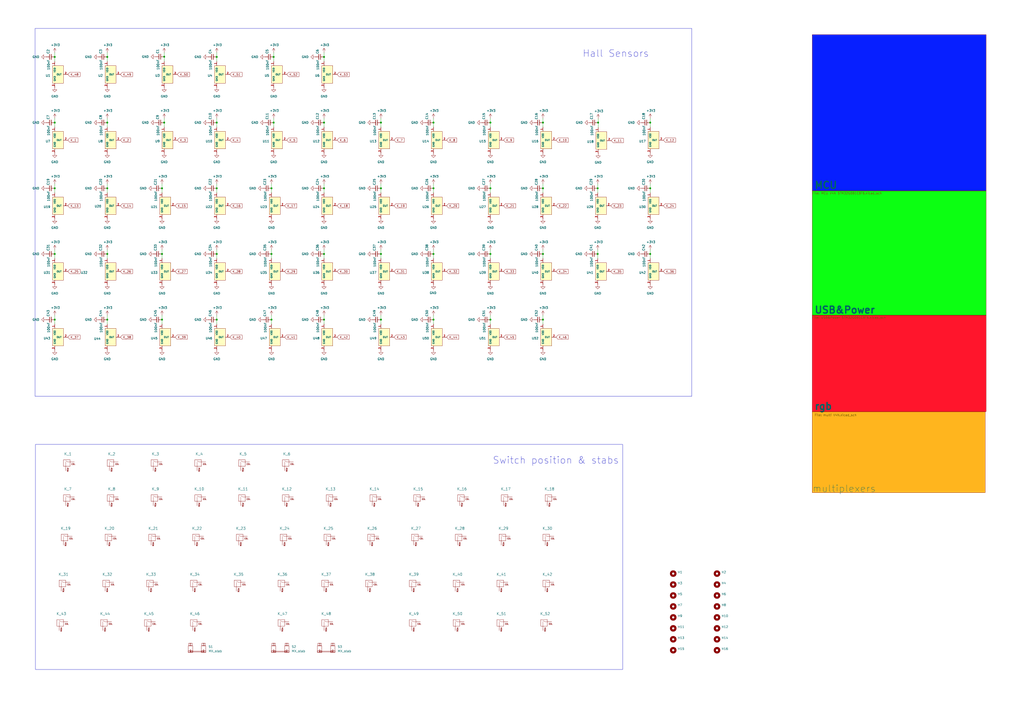
<source format=kicad_sch>
(kicad_sch (version 20231120) (generator "eeschema") (generator_version "8.0")
  (paper "A2")
  (junction (at 125.73 33.02))
  (junction (at 31.75 71.12))
  (junction (at 158.75 71.12))
  (junction (at 158.75 33.02))
  (junction (at 346.71 109.22))
  (junction (at 284.48 185.42))
  (junction (at 31.75 185.42))
  (junction (at 284.48 147.32))
  (junction (at 220.98 185.42))
  (junction (at 62.23 33.02))
  (junction (at 251.46 109.22))
  (junction (at 157.48 147.32))
  (junction (at 187.96 185.42))
  (junction (at 377.19 71.12))
  (junction (at 187.96 33.02))
  (junction (at 187.96 71.12))
  (junction (at 62.23 147.32))
  (junction (at 284.48 71.12))
  (junction (at 187.96 147.32))
  (junction (at 93.98 185.42))
  (junction (at 220.98 109.22))
  (junction (at 346.964 71.12))
  (junction (at 125.73 147.32))
  (junction (at 377.19 147.32))
  (junction (at 220.98 71.12))
  (junction (at 157.48 109.22))
  (junction (at 314.96 147.32))
  (junction (at 346.71 147.32))
  (junction (at 62.23 185.42))
  (junction (at 157.48 185.42))
  (junction (at 62.23 109.22))
  (junction (at 314.96 109.22))
  (junction (at 187.96 109.22))
  (junction (at 95.25 32.8994))
  (junction (at 125.73 71.12))
  (junction (at 62.23 71.12))
  (junction (at 284.48 109.22))
  (junction (at 31.75 109.22))
  (junction (at 31.75 147.32))
  (junction (at 220.98 147.32))
  (junction (at 31.75 33.02))
  (junction (at 251.46 71.12))
  (junction (at 377.19 109.22))
  (junction (at 251.46 147.32))
  (junction (at 93.98 147.32))
  (junction (at 251.46 185.42))
  (junction (at 93.98 109.22))
  (junction (at 125.73 185.42))
  (junction (at 314.96 185.42))
  (junction (at 314.96 71.12))
  (junction (at 125.73 109.22))
  (junction (at 95.25 71.12))
  (wire (pts (xy 125.73 33.02) (xy 125.73 35.56)))
  (wire (pts (xy 187.96 147.32) (xy 187.96 149.86)))
  (wire (pts (xy 346.71 147.32) (xy 346.71 149.86)))
  (wire (pts (xy 31.75 109.22) (xy 31.75 111.76)))
  (wire (pts (xy 157.48 185.42) (xy 157.48 187.96)))
  (wire (pts (xy 157.48 147.32) (xy 157.48 149.86)))
  (wire (pts (xy 125.73 71.12) (xy 125.73 73.66)))
  (wire (pts (xy 93.98 182.88) (xy 93.98 185.42)))
  (wire (pts (xy 284.48 182.88) (xy 284.48 185.42)))
  (wire (pts (xy 284.48 147.32) (xy 284.48 149.86)))
  (wire (pts (xy 125.73 182.88) (xy 125.73 185.42)))
  (wire (pts (xy 251.46 68.58) (xy 251.46 71.12)))
  (wire (pts (xy 187.96 182.88) (xy 187.96 185.42)))
  (wire (pts (xy 93.98 109.22) (xy 93.98 111.76)))
  (wire (pts (xy 95.25 71.12) (xy 95.25 73.66)))
  (wire (pts (xy 31.75 185.42) (xy 31.75 187.96)))
  (wire (pts (xy 62.23 109.22) (xy 62.23 111.76)))
  (wire (pts (xy 377.19 106.68) (xy 377.19 109.22)))
  (wire (pts (xy 251.46 185.42) (xy 251.46 187.96)))
  (wire (pts (xy 158.75 71.12) (xy 158.75 73.66)))
  (wire (pts (xy 62.23 185.42) (xy 62.23 187.96)))
  (wire (pts (xy 93.98 147.32) (xy 93.98 149.86)))
  (wire (pts (xy 346.964 71.12) (xy 346.964 73.914)))
  (wire (pts (xy 157.48 182.88) (xy 157.48 185.42)))
  (wire (pts (xy 62.23 30.48) (xy 62.23 33.02)))
  (wire (pts (xy 251.46 144.78) (xy 251.46 147.32)))
  (wire (pts (xy 284.48 185.42) (xy 284.48 187.96)))
  (wire (pts (xy 314.96 109.22) (xy 314.96 111.76)))
  (wire (pts (xy 284.48 68.58) (xy 284.48 71.12)))
  (wire (pts (xy 220.98 182.88) (xy 220.98 185.42)))
  (wire (pts (xy 31.75 144.78) (xy 31.75 147.32)))
  (wire (pts (xy 346.71 109.22) (xy 346.71 111.76)))
  (wire (pts (xy 62.23 147.32) (xy 62.23 149.86)))
  (wire (pts (xy 187.96 144.78) (xy 187.96 147.32)))
  (wire (pts (xy 346.71 144.78) (xy 346.71 147.32)))
  (wire (pts (xy 93.98 185.42) (xy 93.98 187.96)))
  (wire (pts (xy 314.96 185.42) (xy 314.96 187.96)))
  (wire (pts (xy 31.75 68.58) (xy 31.75 71.12)))
  (wire (pts (xy 31.75 30.48) (xy 31.75 33.02)))
  (wire (pts (xy 187.96 71.12) (xy 187.96 73.66)))
  (wire (pts (xy 62.23 33.02) (xy 62.23 35.56)))
  (wire (pts (xy 314.96 71.12) (xy 314.96 73.66)))
  (wire (pts (xy 346.71 106.68) (xy 346.71 109.22)))
  (wire (pts (xy 220.98 109.22) (xy 220.98 111.76)))
  (wire (pts (xy 158.75 68.58) (xy 158.75 71.12)))
  (wire (pts (xy 220.98 68.58) (xy 220.98 71.12)))
  (wire (pts (xy 62.23 68.58) (xy 62.23 71.12)))
  (wire (pts (xy 31.75 33.02) (xy 31.75 35.56)))
  (wire (pts (xy 62.23 182.88) (xy 62.23 185.42)))
  (wire (pts (xy 251.46 71.12) (xy 251.46 73.66)))
  (wire (pts (xy 62.23 144.78) (xy 62.23 147.32)))
  (wire (pts (xy 125.73 144.78) (xy 125.73 147.32)))
  (wire (pts (xy 220.98 147.32) (xy 220.98 149.86)))
  (wire (pts (xy 31.75 182.88) (xy 31.75 185.42)))
  (wire (pts (xy 284.48 71.12) (xy 284.48 73.66)))
  (wire (pts (xy 220.98 106.68) (xy 220.98 109.22)))
  (wire (pts (xy 187.96 185.42) (xy 187.96 187.96)))
  (wire (pts (xy 157.48 144.78) (xy 157.48 147.32)))
  (wire (pts (xy 31.75 71.12) (xy 31.75 73.66)))
  (wire (pts (xy 125.73 68.58) (xy 125.73 71.12)))
  (wire (pts (xy 158.75 33.02) (xy 158.75 35.56)))
  (wire (pts (xy 95.25 68.58) (xy 95.25 71.12)))
  (wire (pts (xy 377.19 109.22) (xy 377.19 111.76)))
  (wire (pts (xy 157.48 109.22) (xy 157.48 111.76)))
  (wire (pts (xy 125.73 185.42) (xy 125.73 187.96)))
  (wire (pts (xy 314.96 182.88) (xy 314.96 185.42)))
  (wire (pts (xy 314.96 106.68) (xy 314.96 109.22)))
  (wire (pts (xy 93.98 144.78) (xy 93.98 147.32)))
  (wire (pts (xy 31.75 147.32) (xy 31.75 149.86)))
  (wire (pts (xy 187.96 106.68) (xy 187.96 109.22)))
  (wire (pts (xy 125.73 109.22) (xy 125.73 111.76)))
  (wire (pts (xy 377.19 147.32) (xy 377.19 149.86)))
  (wire (pts (xy 251.46 106.68) (xy 251.46 109.22)))
  (wire (pts (xy 125.73 147.32) (xy 125.73 149.86)))
  (wire (pts (xy 284.48 144.78) (xy 284.48 147.32)))
  (wire (pts (xy 187.96 109.22) (xy 187.96 111.76)))
  (wire (pts (xy 31.75 106.68) (xy 31.75 109.22)))
  (wire (pts (xy 95.25 30.48) (xy 95.25 32.8994)))
  (wire (pts (xy 93.98 106.68) (xy 93.98 109.22)))
  (wire (pts (xy 62.23 71.12) (xy 62.23 73.66)))
  (wire (pts (xy 158.75 30.48) (xy 158.75 33.02)))
  (wire (pts (xy 377.19 71.12) (xy 377.19 73.66)))
  (wire (pts (xy 157.48 106.68) (xy 157.48 109.22)))
  (wire (pts (xy 346.964 68.834) (xy 346.964 71.12)))
  (wire (pts (xy 125.73 30.48) (xy 125.73 33.02)))
  (wire (pts (xy 220.98 144.78) (xy 220.98 147.32)))
  (wire (pts (xy 377.19 68.58) (xy 377.19 71.12)))
  (wire (pts (xy 251.46 182.88) (xy 251.46 185.42)))
  (wire (pts (xy 125.73 106.68) (xy 125.73 109.22)))
  (wire (pts (xy 187.96 68.58) (xy 187.96 71.12)))
  (wire (pts (xy 95.25 32.8994) (xy 95.25 35.56)))
  (wire (pts (xy 251.46 147.32) (xy 251.46 149.86)))
  (wire (pts (xy 314.96 68.58) (xy 314.96 71.12)))
  (wire (pts (xy 314.96 147.32) (xy 314.96 149.86)))
  (wire (pts (xy 187.96 33.02) (xy 187.96 35.56)))
  (wire (pts (xy 251.46 109.22) (xy 251.46 111.76)))
  (wire (pts (xy 314.96 144.78) (xy 314.96 147.32)))
  (wire (pts (xy 284.48 109.22) (xy 284.48 111.76)))
  (wire (pts (xy 220.98 185.42) (xy 220.98 187.96)))
  (wire (pts (xy 284.48 106.68) (xy 284.48 109.22)))
  (wire (pts (xy 377.19 144.78) (xy 377.19 147.32)))
  (wire (pts (xy 220.98 71.12) (xy 220.98 73.66)))
  (wire (pts (xy 62.23 106.68) (xy 62.23 109.22)))
  (wire (pts (xy 187.96 30.48) (xy 187.96 33.02)))
  (rectangle (start 20.574 257.81) (end 361.188 388.366))
  (rectangle (start 20.32 16.51) (end 401.32 229.87))
  (text "Switch position & stabs\n" (at 285.75 269.494 0) (effects (font (size 4 4)) (justify left bottom)))
  (text "Hall Sensors" (at 337.82 33.528 0) (effects (font (size 4 4)) (justify left bottom)))
  (global_label "K_44" (shape input) (at 259.08 195.58 0) (property "Intersheetrefs" "${INTERSHEET_REFS}" (effects (hide yes))))
  (global_label "K_9" (shape input) (at 292.1 81.28 0) (property "Intersheetrefs" "${INTERSHEET_REFS}" (effects (hide yes))))
  (global_label "K_6" (shape input) (at 195.58 81.28 0) (property "Intersheetrefs" "${INTERSHEET_REFS}" (effects (hide yes))))
  (global_label "K_53" (shape input) (at 195.58 43.18 0) (property "Intersheetrefs" "${INTERSHEET_REFS}" (effects (hide yes))))
  (global_label "K_16" (shape input) (at 133.35 119.38 0) (property "Intersheetrefs" "${INTERSHEET_REFS}" (effects (hide yes))))
  (global_label "K_38" (shape input) (at 69.85 195.58 0) (property "Intersheetrefs" "${INTERSHEET_REFS}" (effects (hide yes))))
  (global_label "K_4" (shape input) (at 133.35 81.28 0) (property "Intersheetrefs" "${INTERSHEET_REFS}" (effects (hide yes))))
  (global_label "K_24" (shape input) (at 384.81 119.38 0) (property "Intersheetrefs" "${INTERSHEET_REFS}" (effects (hide yes))))
  (global_label "K_25" (shape input) (at 39.37 157.48 0) (property "Intersheetrefs" "${INTERSHEET_REFS}" (effects (hide yes))))
  (global_label "K_17" (shape input) (at 165.1 119.38 0) (property "Intersheetrefs" "${INTERSHEET_REFS}" (effects (hide yes))))
  (global_label "K_22" (shape input) (at 322.58 119.38 0) (property "Intersheetrefs" "${INTERSHEET_REFS}" (effects (hide yes))))
  (global_label "K_18" (shape input) (at 195.58 119.38 0) (property "Intersheetrefs" "${INTERSHEET_REFS}" (effects (hide yes))))
  (global_label "K_14" (shape input) (at 69.85 119.38 0) (property "Intersheetrefs" "${INTERSHEET_REFS}" (effects (hide yes))))
  (global_label "K_21" (shape input) (at 292.1 119.38 0) (property "Intersheetrefs" "${INTERSHEET_REFS}" (effects (hide yes))))
  (global_label "K_42" (shape input) (at 195.58 195.58 0) (property "Intersheetrefs" "${INTERSHEET_REFS}" (effects (hide yes))))
  (global_label "K_48" (shape input) (at 39.37 43.18 0) (property "Intersheetrefs" "${INTERSHEET_REFS}" (effects (hide yes))))
  (global_label "K_39" (shape input) (at 101.6 195.58 0) (property "Intersheetrefs" "${INTERSHEET_REFS}" (effects (hide yes))))
  (global_label "K_11" (shape input) (at 354.584 81.534 0) (property "Intersheetrefs" "${INTERSHEET_REFS}" (effects (hide yes))))
  (global_label "K_2" (shape input) (at 69.85 81.28 0) (property "Intersheetrefs" "${INTERSHEET_REFS}" (effects (hide yes))))
  (global_label "K_15" (shape input) (at 101.6 119.38 0) (property "Intersheetrefs" "${INTERSHEET_REFS}" (effects (hide yes))))
  (global_label "K_36" (shape input) (at 384.81 157.48 0) (property "Intersheetrefs" "${INTERSHEET_REFS}" (effects (hide yes))))
  (global_label "K_20" (shape input) (at 259.08 119.38 0) (property "Intersheetrefs" "${INTERSHEET_REFS}" (effects (hide yes))))
  (global_label "K_50" (shape input) (at 102.87 43.18 0) (property "Intersheetrefs" "${INTERSHEET_REFS}" (effects (hide yes))))
  (global_label "K_13" (shape input) (at 39.37 119.38 0) (property "Intersheetrefs" "${INTERSHEET_REFS}" (effects (hide yes))))
  (global_label "K_5" (shape input) (at 166.37 81.28 0) (property "Intersheetrefs" "${INTERSHEET_REFS}" (effects (hide yes))))
  (global_label "K_35" (shape input) (at 354.33 157.48 0) (property "Intersheetrefs" "${INTERSHEET_REFS}" (effects (hide yes))))
  (global_label "K_31" (shape input) (at 228.6 157.48 0) (property "Intersheetrefs" "${INTERSHEET_REFS}" (effects (hide yes))))
  (global_label "K_26" (shape input) (at 69.85 157.48 0) (property "Intersheetrefs" "${INTERSHEET_REFS}" (effects (hide yes))))
  (global_label "K_34" (shape input) (at 322.58 157.48 0) (property "Intersheetrefs" "${INTERSHEET_REFS}" (effects (hide yes))))
  (global_label "K_43" (shape input) (at 228.6 195.58 0) (property "Intersheetrefs" "${INTERSHEET_REFS}" (effects (hide yes))))
  (global_label "K_49" (shape input) (at 69.85 43.18 0) (property "Intersheetrefs" "${INTERSHEET_REFS}" (effects (hide yes))))
  (global_label "K_10" (shape input) (at 322.58 81.28 0) (property "Intersheetrefs" "${INTERSHEET_REFS}" (effects (hide yes))))
  (global_label "K_29" (shape input) (at 165.1 157.48 0) (property "Intersheetrefs" "${INTERSHEET_REFS}" (effects (hide yes))))
  (global_label "K_40" (shape input) (at 133.35 195.58 0) (property "Intersheetrefs" "${INTERSHEET_REFS}" (effects (hide yes))))
  (global_label "K_12" (shape input) (at 384.81 81.28 0) (property "Intersheetrefs" "${INTERSHEET_REFS}" (effects (hide yes))))
  (global_label "K_37" (shape input) (at 39.37 195.58 0) (property "Intersheetrefs" "${INTERSHEET_REFS}" (effects (hide yes))))
  (global_label "K_32" (shape input) (at 259.08 157.48 0) (property "Intersheetrefs" "${INTERSHEET_REFS}" (effects (hide yes))))
  (global_label "K_33" (shape input) (at 292.1 157.48 0) (property "Intersheetrefs" "${INTERSHEET_REFS}" (effects (hide yes))))
  (global_label "K_45" (shape input) (at 292.1 195.58 0) (property "Intersheetrefs" "${INTERSHEET_REFS}" (effects (hide yes))))
  (global_label "K_7" (shape input) (at 228.6 81.28 0) (property "Intersheetrefs" "${INTERSHEET_REFS}" (effects (hide yes))))
  (global_label "K_52" (shape input) (at 166.37 43.18 0) (property "Intersheetrefs" "${INTERSHEET_REFS}" (effects (hide yes))))
  (global_label "K_23" (shape input) (at 354.33 119.38 0) (property "Intersheetrefs" "${INTERSHEET_REFS}" (effects (hide yes))))
  (global_label "K_51" (shape input) (at 133.35 43.18 0) (property "Intersheetrefs" "${INTERSHEET_REFS}" (effects (hide yes))))
  (global_label "K_28" (shape input) (at 133.35 157.48 0) (property "Intersheetrefs" "${INTERSHEET_REFS}" (effects (hide yes))))
  (global_label "K_27" (shape input) (at 101.6 157.48 0) (property "Intersheetrefs" "${INTERSHEET_REFS}" (effects (hide yes))))
  (global_label "K_30" (shape input) (at 195.58 157.48 0) (property "Intersheetrefs" "${INTERSHEET_REFS}" (effects (hide yes))))
  (global_label "K_1" (shape input) (at 39.37 81.28 0) (property "Intersheetrefs" "${INTERSHEET_REFS}" (effects (hide yes))))
  (global_label "K_3" (shape input) (at 102.87 81.28 0) (property "Intersheetrefs" "${INTERSHEET_REFS}" (effects (hide yes))))
  (global_label "K_8" (shape input) (at 259.08 81.28 0) (property "Intersheetrefs" "${INTERSHEET_REFS}" (effects (hide yes))))
  (global_label "K_41" (shape input) (at 165.1 195.58 0) (property "Intersheetrefs" "${INTERSHEET_REFS}" (effects (hide yes))))
  (global_label "K_19" (shape input) (at 228.6 119.38 0) (property "Intersheetrefs" "${INTERSHEET_REFS}" (effects (hide yes))))
  (global_label "K_46" (shape input) (at 322.58 195.58 0) (property "Intersheetrefs" "${INTERSHEET_REFS}" (effects (hide yes))))
  (symbol (lib_id "Device:C_Small") (at 374.65 109.22 270) (mirror x) (unit 1)
    (property "Reference" "C30" (at 373.38 107.442 0) (effects (justify left)))
    (property "Value" "100nF" (at 373.634 116.84 0) (effects (justify left)))
    (property "Footprint" "Capacitor_SMD:C_0402_1005Metric" (effects (hide yes)))
    (property "LCSC" "C307331" (effects (hide yes)))
  )
  (symbol (lib_id "PCM_marbastlib-mx:MX_stab") (at 162.56 375.92 0) (unit 1)
    (property "Reference" "S2" (at 169.164 375.158 0) (effects (justify left)))
    (property "Value" "MX_stab" (at 169.164 377.698 0) (effects (justify left)))
    (property "Footprint" "PCM_marbastlib-mx:STAB_MX_6.25u" (effects (hide yes)))
  )
  (symbol (lib_id "power:+3V3") (at 31.75 182.88 0) (unit 1)
    (property "Reference" "#PWR0127" (effects (hide yes)))
    (property "Value" "+3V3" (at 32.131 178.4858 0))
  )
  (symbol (lib_id "power:GND") (at 246.38 185.42 270) (unit 1)
    (property "Reference" "#PWR0144" (effects (hide yes)))
    (property "Value" "GND" (at 242.57 185.4199 90) (effects (justify right)))
  )
  (symbol (lib_id "power:GND") (at 346.71 127 0) (unit 1)
    (property "Reference" "#PWR089" (effects (hide yes)))
    (property "Value" "GND" (at 346.71 132.08 0))
  )
  (symbol (lib_id "Device:C_Small") (at 91.44 109.22 270) (mirror x) (unit 1)
    (property "Reference" "C21" (at 90.17 107.442 0) (effects (justify left)))
    (property "Value" "100nF" (at 90.424 116.84 0) (effects (justify left)))
    (property "Footprint" "Capacitor_SMD:C_0402_1005Metric" (effects (hide yes)))
    (property "LCSC" "C307331" (effects (hide yes)))
  )
  (symbol (lib_id "49e:Hall_Sensor") (at 34.29 195.58 0) (unit 1)
    (property "Reference" "U43" (at 29.21 196.215 0) (effects (justify right)))
    (property "Value" "SLSS49E-3" (effects (hide yes)))
    (property "Footprint" "Package_TO_SOT_SMD:SOT-23" (effects (hide yes)))
    (property "Datasheet" "https://datasheet.lcsc.com/lcsc/2110081930_Slkor-SLKORMICRO-Elec--SLSS49E-3_C2904393.pdf" (effects (hide yes)))
    (property "LCSC Part" "C2904393" (effects (hide yes)))
    (property "LCSC" "C2904393" (effects (hide yes)))
  )
  (symbol (lib_id "power:GND") (at 309.88 147.32 270) (unit 1)
    (property "Reference" "#PWR0112" (effects (hide yes)))
    (property "Value" "GND" (at 306.07 147.3199 90) (effects (justify right)))
  )
  (symbol (lib_id "power:GND") (at 26.67 109.22 270) (unit 1)
    (property "Reference" "#PWR067" (effects (hide yes)))
    (property "Value" "GND" (at 22.86 109.2199 90) (effects (justify right)))
  )
  (symbol (lib_id "MX_Alps_Hybrid:MX-NoLED") (at 166.37 269.24 0) (unit 1)
    (property "Reference" "K_6" (at 166.37 263.3218 0) (effects (font (size 1.524 1.524))))
    (property "Value" "KEYSW" (effects (hide yes)))
    (property "Footprint" "Moonpad:Wooting_1.00u" (effects (hide yes)))
  )
  (symbol (lib_id "power:GND") (at 182.88 185.42 270) (unit 1)
    (property "Reference" "#PWR0142" (effects (hide yes)))
    (property "Value" "GND" (at 179.07 185.4199 90) (effects (justify right)))
  )
  (symbol (lib_id "MX_Alps_Hybrid:MX-NoLED") (at 317.5 339.09 0) (unit 1)
    (property "Reference" "K_42" (at 317.5 333.1718 0) (effects (font (size 1.524 1.524))))
    (property "Value" "KEYSW" (effects (hide yes)))
    (property "Footprint" "Moonpad:Wooting_1.00u" (effects (hide yes)))
  )
  (symbol (lib_id "power:+3V3") (at 187.96 68.58 0) (unit 1)
    (property "Reference" "#PWR024" (effects (hide yes)))
    (property "Value" "+3V3" (at 188.341 64.1858 0))
  )
  (symbol (lib_id "Mechanical:MountingHole") (at 415.925 358.14 0) (unit 1)
    (property "Reference" "H10" (at 418.465 357.3053 0) (effects (justify left)))
    (property "Value" "MountingHole" (effects (hide yes)))
    (property "Footprint" "cipulot_parts:HOLE_M2" (effects (hide yes)))
  )
  (symbol (lib_id "power:+3V3") (at 314.96 144.78 0) (unit 1)
    (property "Reference" "#PWR0100" (effects (hide yes)))
    (property "Value" "+3V3" (at 315.341 140.3858 0))
  )
  (symbol (lib_id "power:GND") (at 31.75 203.2 0) (unit 1)
    (property "Reference" "#PWR0147" (effects (hide yes)))
    (property "Value" "GND" (at 31.75 208.28 0))
  )
  (symbol (lib_id "Device:C_Small") (at 156.21 33.02 270) (mirror x) (unit 1)
    (property "Reference" "C5" (at 154.94 31.242 0) (effects (justify left)))
    (property "Value" "100nF" (at 155.194 40.64 0) (effects (justify left)))
    (property "Footprint" "Capacitor_SMD:C_0402_1005Metric" (effects (hide yes)))
    (property "LCSC" "C307331" (effects (hide yes)))
  )
  (symbol (lib_id "power:GND") (at 125.73 203.2 0) (unit 1)
    (property "Reference" "#PWR0150" (effects (hide yes)))
    (property "Value" "GND" (at 125.73 208.28 0))
  )
  (symbol (lib_id "49e:Hall_Sensor") (at 96.52 195.58 0) (unit 1)
    (property "Reference" "U45" (at 91.44 196.215 0) (effects (justify right)))
    (property "Value" "SLSS49E-3" (effects (hide yes)))
    (property "Footprint" "Package_TO_SOT_SMD:SOT-23" (effects (hide yes)))
    (property "Datasheet" "https://datasheet.lcsc.com/lcsc/2110081930_Slkor-SLKORMICRO-Elec--SLSS49E-3_C2904393.pdf" (effects (hide yes)))
    (property "LCSC Part" "C2904393" (effects (hide yes)))
    (property "LCSC" "C2904393" (effects (hide yes)))
  )
  (symbol (lib_id "MX_Alps_Hybrid:MX-NoLED") (at 60.96 361.95 0) (unit 1)
    (property "Reference" "K_44" (at 60.96 356.0318 0) (effects (font (size 1.524 1.524))))
    (property "Value" "KEYSW" (effects (hide yes)))
    (property "Footprint" "Moonpad:Wooting_1.00u" (effects (hide yes)))
  )
  (symbol (lib_id "power:+3V3") (at 220.98 68.58 0) (unit 1)
    (property "Reference" "#PWR025" (effects (hide yes)))
    (property "Value" "+3V3" (at 221.361 64.1858 0))
  )
  (symbol (lib_id "Mechanical:MountingHole") (at 415.925 345.44 0) (unit 1)
    (property "Reference" "H6" (at 418.465 344.6053 0) (effects (justify left)))
    (property "Value" "MountingHole" (effects (hide yes)))
    (property "Footprint" "cipulot_parts:HOLE_M2" (effects (hide yes)))
  )
  (symbol (lib_id "Device:C_Small") (at 281.94 147.32 270) (mirror x) (unit 1)
    (property "Reference" "C39" (at 280.67 145.542 0) (effects (justify left)))
    (property "Value" "100nF" (at 280.924 154.94 0) (effects (justify left)))
    (property "Footprint" "Capacitor_SMD:C_0402_1005Metric" (effects (hide yes)))
    (property "LCSC" "C307331" (effects (hide yes)))
  )
  (symbol (lib_id "MX_Alps_Hybrid:MX-NoLED") (at 316.23 361.95 0) (unit 1)
    (property "Reference" "K_52" (at 316.23 356.0318 0) (effects (font (size 1.524 1.524))))
    (property "Value" "KEYSW" (effects (hide yes)))
    (property "Footprint" "Moonpad:Wooting_1.00u" (effects (hide yes)))
  )
  (symbol (lib_id "MX_Alps_Hybrid:MX-NoLED") (at 115.57 289.56 0) (unit 1)
    (property "Reference" "K_10" (at 115.57 283.6418 0) (effects (font (size 1.524 1.524))))
    (property "Value" "KEYSW" (effects (hide yes)))
    (property "Footprint" "Moonpad:Wooting_1.00u" (effects (hide yes)))
  )
  (symbol (lib_id "power:+3V3") (at 284.48 106.68 0) (unit 1)
    (property "Reference" "#PWR063" (effects (hide yes)))
    (property "Value" "+3V3" (at 284.861 102.2858 0))
  )
  (symbol (lib_id "power:+3V3") (at 62.23 30.48 0) (unit 1)
    (property "Reference" "#PWR02" (effects (hide yes)))
    (property "Value" "+3V3" (at 62.611 26.0858 0))
  )
  (symbol (lib_id "49e:Hall_Sensor") (at 287.02 157.48 0) (unit 1)
    (property "Reference" "U39" (at 281.94 158.115 0) (effects (justify right)))
    (property "Value" "SLSS49E-3" (effects (hide yes)))
    (property "Footprint" "Package_TO_SOT_SMD:SOT-23" (effects (hide yes)))
    (property "Datasheet" "https://datasheet.lcsc.com/lcsc/2110081930_Slkor-SLKORMICRO-Elec--SLSS49E-3_C2904393.pdf" (effects (hide yes)))
    (property "LCSC Part" "C2904393" (effects (hide yes)))
    (property "LCSC" "C2904393" (effects (hide yes)))
  )
  (symbol (lib_id "power:GND") (at 95.25 88.9 0) (unit 1)
    (property "Reference" "#PWR045" (effects (hide yes)))
    (property "Value" "GND" (at 95.25 93.98 0))
  )
  (symbol (lib_id "power:+3V3") (at 251.46 144.78 0) (unit 1)
    (property "Reference" "#PWR098" (effects (hide yes)))
    (property "Value" "+3V3" (at 251.841 140.3858 0))
  )
  (symbol (lib_id "power:GND") (at 57.15 109.22 270) (unit 1)
    (property "Reference" "#PWR068" (effects (hide yes)))
    (property "Value" "GND" (at 53.34 109.2199 90) (effects (justify right)))
  )
  (symbol (lib_id "Device:C_Small") (at 281.94 185.42 270) (mirror x) (unit 1)
    (property "Reference" "C51" (at 280.67 183.642 0) (effects (justify left)))
    (property "Value" "100nF" (at 280.924 193.04 0) (effects (justify left)))
    (property "Footprint" "Capacitor_SMD:C_0402_1005Metric" (effects (hide yes)))
    (property "LCSC" "C307331" (effects (hide yes)))
  )
  (symbol (lib_id "49e:Hall_Sensor") (at 379.73 157.48 0) (unit 1)
    (property "Reference" "U42" (at 374.65 158.115 0) (effects (justify right)))
    (property "Value" "SLSS49E-3" (effects (hide yes)))
    (property "Footprint" "Package_TO_SOT_SMD:SOT-23" (effects (hide yes)))
    (property "Datasheet" "https://datasheet.lcsc.com/lcsc/2110081930_Slkor-SLKORMICRO-Elec--SLSS49E-3_C2904393.pdf" (effects (hide yes)))
    (property "LCSC Part" "C2904393" (effects (hide yes)))
    (property "LCSC" "C2904393" (effects (hide yes)))
  )
  (symbol (lib_id "Mechanical:MountingHole") (at 415.925 370.84 0) (unit 1)
    (property "Reference" "H14" (at 418.465 370.0053 0) (effects (justify left)))
    (property "Value" "MountingHole" (effects (hide yes)))
    (property "Footprint" "cipulot_parts:HOLE_M2" (effects (hide yes)))
  )
  (symbol (lib_id "MX_Alps_Hybrid:MX-NoLED") (at 318.77 289.56 0) (unit 1)
    (property "Reference" "K_18" (at 318.77 283.6418 0) (effects (font (size 1.524 1.524))))
    (property "Value" "KEYSW" (effects (hide yes)))
    (property "Footprint" "Moonpad:Wooting_1.00u" (effects (hide yes)))
  )
  (symbol (lib_id "power:GND") (at 309.88 185.42 270) (unit 1)
    (property "Reference" "#PWR0146" (effects (hide yes)))
    (property "Value" "GND" (at 306.07 185.4199 90) (effects (justify right)))
  )
  (symbol (lib_id "power:GND") (at 62.23 165.1 0) (unit 1)
    (property "Reference" "#PWR0116" (effects (hide yes)))
    (property "Value" "GND" (at 62.23 170.18 0))
  )
  (symbol (lib_id "Device:C_Small") (at 312.42 71.12 270) (mirror x) (unit 1)
    (property "Reference" "C16" (at 311.15 69.342 0) (effects (justify left)))
    (property "Value" "100nF" (at 311.404 78.74 0) (effects (justify left)))
    (property "Footprint" "Capacitor_SMD:C_0402_1005Metric" (effects (hide yes)))
    (property "LCSC" "C307331" (effects (hide yes)))
  )
  (symbol (lib_id "power:GND") (at 215.9 185.42 270) (unit 1)
    (property "Reference" "#PWR0143" (effects (hide yes)))
    (property "Value" "GND" (at 212.09 185.4199 90) (effects (justify right)))
  )
  (symbol (lib_id "MX_Alps_Hybrid:MX-NoLED") (at 63.5 312.42 0) (unit 1)
    (property "Reference" "K_20" (at 63.5 306.5018 0) (effects (font (size 1.524 1.524))))
    (property "Value" "KEYSW" (effects (hide yes)))
    (property "Footprint" "Moonpad:Wooting_1.00u" (effects (hide yes)))
  )
  (symbol (lib_id "49e:Hall_Sensor") (at 254 157.48 0) (unit 1)
    (property "Reference" "U38" (at 248.92 158.115 0) (effects (justify right)))
    (property "Value" "SLSS49E-3" (effects (hide yes)))
    (property "Footprint" "Package_TO_SOT_SMD:SOT-23" (effects (hide yes)))
    (property "Datasheet" "https://datasheet.lcsc.com/lcsc/2110081930_Slkor-SLKORMICRO-Elec--SLSS49E-3_C2904393.pdf" (effects (hide yes)))
    (property "LCSC Part" "C2904393" (effects (hide yes)))
    (property "LCSC" "C2904393" (effects (hide yes)))
  )
  (symbol (lib_id "MX_Alps_Hybrid:MX-NoLED") (at 290.83 361.95 0) (unit 1)
    (property "Reference" "K_51" (at 290.83 356.0318 0) (effects (font (size 1.524 1.524))))
    (property "Value" "KEYSW" (effects (hide yes)))
    (property "Footprint" "Moonpad:Wooting_1.00u" (effects (hide yes)))
  )
  (symbol (lib_id "power:GND") (at 314.96 203.2 0) (unit 1)
    (property "Reference" "#PWR0156" (effects (hide yes)))
    (property "Value" "GND" (at 314.96 208.28 0))
  )
  (symbol (lib_id "Device:C_Small") (at 29.21 109.22 270) (mirror x) (unit 1)
    (property "Reference" "C19" (at 27.94 107.442 0) (effects (justify left)))
    (property "Value" "100nF" (at 28.194 116.84 0) (effects (justify left)))
    (property "Footprint" "Capacitor_SMD:C_0402_1005Metric" (effects (hide yes)))
    (property "LCSC" "C307331" (effects (hide yes)))
  )
  (symbol (lib_id "power:GND") (at 284.48 88.9 0) (unit 1)
    (property "Reference" "#PWR051" (effects (hide yes)))
    (property "Value" "GND" (at 284.48 93.98 0))
  )
  (symbol (lib_id "power:GND") (at 90.17 32.8994 270) (unit 1)
    (property "Reference" "#PWR07" (effects (hide yes)))
    (property "Value" "GND" (at 86.36 32.8993 90) (effects (justify right)))
  )
  (symbol (lib_id "power:+3V3") (at 284.48 68.58 0) (unit 1)
    (property "Reference" "#PWR027" (effects (hide yes)))
    (property "Value" "+3V3" (at 284.861 64.1858 0))
  )
  (symbol (lib_id "power:+3V3") (at 251.46 106.68 0) (unit 1)
    (property "Reference" "#PWR062" (effects (hide yes)))
    (property "Value" "+3V3" (at 251.841 102.2858 0))
  )
  (symbol (lib_id "power:+3V3") (at 220.98 182.88 0) (unit 1)
    (property "Reference" "#PWR0133" (effects (hide yes)))
    (property "Value" "+3V3" (at 221.361 178.4858 0))
  )
  (symbol (lib_id "power:+3V3") (at 220.98 106.68 0) (unit 1)
    (property "Reference" "#PWR061" (effects (hide yes)))
    (property "Value" "+3V3" (at 221.361 102.2858 0))
  )
  (symbol (lib_id "power:GND") (at 125.73 88.9 0) (unit 1)
    (property "Reference" "#PWR046" (effects (hide yes)))
    (property "Value" "GND" (at 125.73 93.98 0))
  )
  (symbol (lib_id "MX_Alps_Hybrid:MX-NoLED") (at 138.43 339.09 0) (unit 1)
    (property "Reference" "K_35" (at 138.43 333.1718 0) (effects (font (size 1.524 1.524))))
    (property "Value" "KEYSW" (effects (hide yes)))
    (property "Footprint" "Moonpad:Wooting_1.00u" (effects (hide yes)))
  )
  (symbol (lib_id "49e:Hall_Sensor") (at 223.52 119.38 0) (unit 1)
    (property "Reference" "U25" (at 218.44 120.015 0) (effects (justify right)))
    (property "Value" "SLSS49E-3" (effects (hide yes)))
    (property "Footprint" "Package_TO_SOT_SMD:SOT-23" (effects (hide yes)))
    (property "Datasheet" "https://datasheet.lcsc.com/lcsc/2110081930_Slkor-SLKORMICRO-Elec--SLSS49E-3_C2904393.pdf" (effects (hide yes)))
    (property "LCSC Part" "C2904393" (effects (hide yes)))
    (property "LCSC" "C2904393" (effects (hide yes)))
  )
  (symbol (lib_id "Device:C_Small") (at 91.44 185.42 270) (mirror x) (unit 1)
    (property "Reference" "C45" (at 90.17 183.642 0) (effects (justify left)))
    (property "Value" "100nF" (at 90.424 193.04 0) (effects (justify left)))
    (property "Footprint" "Capacitor_SMD:C_0402_1005Metric" (effects (hide yes)))
    (property "LCSC" "C307331" (effects (hide yes)))
  )
  (symbol (lib_id "power:GND") (at 309.88 109.22 270) (unit 1)
    (property "Reference" "#PWR076" (effects (hide yes)))
    (property "Value" "GND" (at 306.07 109.2199 90) (effects (justify right)))
  )
  (symbol (lib_id "Device:C_Small") (at 123.19 147.32 270) (mirror x) (unit 1)
    (property "Reference" "C34" (at 121.92 145.542 0) (effects (justify left)))
    (property "Value" "100nF" (at 122.174 154.94 0) (effects (justify left)))
    (property "Footprint" "Capacitor_SMD:C_0402_1005Metric" (effects (hide yes)))
    (property "LCSC" "C307331" (effects (hide yes)))
  )
  (symbol (lib_id "power:+3V3") (at 314.96 106.68 0) (unit 1)
    (property "Reference" "#PWR064" (effects (hide yes)))
    (property "Value" "+3V3" (at 315.341 102.2858 0))
  )
  (symbol (lib_id "49e:Hall_Sensor") (at 379.73 81.28 0) (unit 1)
    (property "Reference" "U17" (at 374.65 81.915 0) (effects (justify right)))
    (property "Value" "SLSS49E-3" (effects (hide yes)))
    (property "Footprint" "Package_TO_SOT_SMD:SOT-23" (effects (hide yes)))
    (property "Datasheet" "https://datasheet.lcsc.com/lcsc/2110081930_Slkor-SLKORMICRO-Elec--SLSS49E-3_C2904393.pdf" (effects (hide yes)))
    (property "LCSC Part" "C2904393" (effects (hide yes)))
    (property "LCSC" "C2904393" (effects (hide yes)))
  )
  (symbol (lib_id "Device:C_Small") (at 185.42 147.32 270) (mirror x) (unit 1)
    (property "Reference" "C36" (at 184.15 145.542 0) (effects (justify left)))
    (property "Value" "100nF" (at 184.404 154.94 0) (effects (justify left)))
    (property "Footprint" "Capacitor_SMD:C_0402_1005Metric" (effects (hide yes)))
    (property "LCSC" "C307331" (effects (hide yes)))
  )
  (symbol (lib_id "power:+3V3") (at 62.23 144.78 0) (unit 1)
    (property "Reference" "#PWR092" (effects (hide yes)))
    (property "Value" "+3V3" (at 62.611 140.3858 0))
  )
  (symbol (lib_id "power:+3V3") (at 95.25 30.48 0) (unit 1)
    (property "Reference" "#PWR03" (effects (hide yes)))
    (property "Value" "+3V3" (at 95.631 26.0858 0))
  )
  (symbol (lib_id "power:+3V3") (at 125.73 68.58 0) (unit 1)
    (property "Reference" "#PWR022" (effects (hide yes)))
    (property "Value" "+3V3" (at 126.111 64.1858 0))
  )
  (symbol (lib_id "power:GND") (at 279.4 147.32 270) (unit 1)
    (property "Reference" "#PWR0111" (effects (hide yes)))
    (property "Value" "GND" (at 275.59 147.3199 90) (effects (justify right)))
  )
  (symbol (lib_id "power:+3V3") (at 187.96 182.88 0) (unit 1)
    (property "Reference" "#PWR0132" (effects (hide yes)))
    (property "Value" "+3V3" (at 188.341 178.4858 0))
  )
  (symbol (lib_id "MX_Alps_Hybrid:MX-NoLED") (at 90.17 269.24 0) (unit 1)
    (property "Reference" "K_3" (at 90.17 263.3218 0) (effects (font (size 1.524 1.524))))
    (property "Value" "KEYSW" (effects (hide yes)))
    (property "Footprint" "Moonpad:Wooting_1.00u" (effects (hide yes)))
  )
  (symbol (lib_id "Device:C_Small") (at 29.21 71.12 270) (mirror x) (unit 1)
    (property "Reference" "C7" (at 27.94 69.342 0) (effects (justify left)))
    (property "Value" "100nF" (at 28.194 78.74 0) (effects (justify left)))
    (property "Footprint" "Capacitor_SMD:C_0402_1005Metric" (effects (hide yes)))
    (property "LCSC" "C307331" (effects (hide yes)))
  )
  (symbol (lib_id "power:GND") (at 88.9 109.22 270) (unit 1)
    (property "Reference" "#PWR069" (effects (hide yes)))
    (property "Value" "GND" (at 85.09 109.2199 90) (effects (justify right)))
  )
  (symbol (lib_id "power:GND") (at 279.4 71.12 270) (unit 1)
    (property "Reference" "#PWR039" (effects (hide yes)))
    (property "Value" "GND" (at 275.59 71.1199 90) (effects (justify right)))
  )
  (symbol (lib_id "MX_Alps_Hybrid:MX-NoLED") (at 113.03 339.09 0) (unit 1)
    (property "Reference" "K_34" (at 113.03 333.1718 0) (effects (font (size 1.524 1.524))))
    (property "Value" "KEYSW" (effects (hide yes)))
    (property "Footprint" "Moonpad:Wooting_1.00u" (effects (hide yes)))
  )
  (symbol (lib_id "49e:Hall_Sensor") (at 128.27 81.28 0) (unit 1)
    (property "Reference" "U10" (at 123.19 81.915 0) (effects (justify right)))
    (property "Value" "SLSS49E-3" (effects (hide yes)))
    (property "Footprint" "Package_TO_SOT_SMD:SOT-23" (effects (hide yes)))
    (property "Datasheet" "https://datasheet.lcsc.com/lcsc/2110081930_Slkor-SLKORMICRO-Elec--SLSS49E-3_C2904393.pdf" (effects (hide yes)))
    (property "LCSC Part" "C2904393" (effects (hide yes)))
    (property "LCSC" "C2904393" (effects (hide yes)))
  )
  (symbol (lib_id "49e:Hall_Sensor") (at 287.02 195.58 0) (unit 1)
    (property "Reference" "U51" (at 281.94 196.215 0) (effects (justify right)))
    (property "Value" "SLSS49E-3" (effects (hide yes)))
    (property "Footprint" "Package_TO_SOT_SMD:SOT-23" (effects (hide yes)))
    (property "Datasheet" "https://datasheet.lcsc.com/lcsc/2110081930_Slkor-SLKORMICRO-Elec--SLSS49E-3_C2904393.pdf" (effects (hide yes)))
    (property "LCSC Part" "C2904393" (effects (hide yes)))
    (property "LCSC" "C2904393" (effects (hide yes)))
  )
  (symbol (lib_id "49e:Hall_Sensor") (at 97.79 43.18 0) (unit 1)
    (property "Reference" "U3" (at 92.71 43.815 0) (effects (justify right)))
    (property "Value" "SLSS49E-3" (effects (hide yes)))
    (property "Footprint" "Package_TO_SOT_SMD:SOT-23" (effects (hide yes)))
    (property "Datasheet" "https://datasheet.lcsc.com/lcsc/2110081930_Slkor-SLKORMICRO-Elec--SLSS49E-3_C2904393.pdf" (effects (hide yes)))
    (property "LCSC Part" "C2904393" (effects (hide yes)))
    (property "LCSC" "C2904393" (effects (hide yes)))
  )
  (symbol (lib_id "49e:Hall_Sensor") (at 34.29 43.18 0) (unit 1)
    (property "Reference" "U1" (at 29.21 43.815 0) (effects (justify right)))
    (property "Value" "SLSS49E-3" (effects (hide yes)))
    (property "Footprint" "Package_TO_SOT_SMD:SOT-23" (effects (hide yes)))
    (property "Datasheet" "https://datasheet.lcsc.com/lcsc/2110081930_Slkor-SLKORMICRO-Elec--SLSS49E-3_C2904393.pdf" (effects (hide yes)))
    (property "LCSC Part" "C2904393" (effects (hide yes)))
    (property "LCSC" "C2904393" (effects (hide yes)))
  )
  (symbol (lib_id "power:GND") (at 26.67 33.02 270) (unit 1)
    (property "Reference" "#PWR08" (effects (hide yes)))
    (property "Value" "GND" (at 22.86 33.0199 90) (effects (justify right)))
  )
  (symbol (lib_id "MX_Alps_Hybrid:MX-NoLED") (at 114.3 312.42 0) (unit 1)
    (property "Reference" "K_22" (at 114.3 306.5018 0) (effects (font (size 1.524 1.524))))
    (property "Value" "KEYSW" (effects (hide yes)))
    (property "Footprint" "Moonpad:Wooting_1.00u" (effects (hide yes)))
  )
  (symbol (lib_id "MX_Alps_Hybrid:MX-NoLED") (at 214.63 339.09 0) (unit 1)
    (property "Reference" "K_38" (at 214.63 333.1718 0) (effects (font (size 1.524 1.524))))
    (property "Value" "KEYSW" (effects (hide yes)))
    (property "Footprint" "Moonpad:Wooting_1.00u" (effects (hide yes)))
  )
  (symbol (lib_id "power:GND") (at 284.48 165.1 0) (unit 1)
    (property "Reference" "#PWR0123" (effects (hide yes)))
    (property "Value" "GND" (at 284.48 170.18 0))
  )
  (symbol (lib_id "power:GND") (at 187.96 127 0) (unit 1)
    (property "Reference" "#PWR084" (effects (hide yes)))
    (property "Value" "GND" (at 187.96 132.08 0))
  )
  (symbol (lib_id "power:+3V3") (at 284.48 182.88 0) (unit 1)
    (property "Reference" "#PWR0135" (effects (hide yes)))
    (property "Value" "+3V3" (at 284.861 178.4858 0))
  )
  (symbol (lib_id "power:GND") (at 246.38 71.12 270) (unit 1)
    (property "Reference" "#PWR038" (effects (hide yes)))
    (property "Value" "GND" (at 242.57 71.1199 90) (effects (justify right)))
  )
  (symbol (lib_id "49e:Hall_Sensor") (at 349.25 119.38 0) (unit 1)
    (property "Reference" "U29" (at 344.17 120.015 0) (effects (justify right)))
    (property "Value" "SLSS49E-3" (effects (hide yes)))
    (property "Footprint" "Package_TO_SOT_SMD:SOT-23" (effects (hide yes)))
    (property "Datasheet" "https://datasheet.lcsc.com/lcsc/2110081930_Slkor-SLKORMICRO-Elec--SLSS49E-3_C2904393.pdf" (effects (hide yes)))
    (property "LCSC Part" "C2904393" (effects (hide yes)))
    (property "LCSC" "C2904393" (effects (hide yes)))
  )
  (symbol (lib_id "power:+3V3") (at 377.19 68.58 0) (unit 1)
    (property "Reference" "#PWR029" (effects (hide yes)))
    (property "Value" "+3V3" (at 377.571 64.1858 0))
  )
  (symbol (lib_id "MX_Alps_Hybrid:MX-NoLED") (at 293.37 289.56 0) (unit 1)
    (property "Reference" "K_17" (at 293.37 283.6418 0) (effects (font (size 1.524 1.524))))
    (property "Value" "KEYSW" (effects (hide yes)))
    (property "Footprint" "Moonpad:Wooting_1.00u" (effects (hide yes)))
  )
  (symbol (lib_id "power:GND") (at 182.88 71.12 270) (unit 1)
    (property "Reference" "#PWR036" (effects (hide yes)))
    (property "Value" "GND" (at 179.07 71.1199 90) (effects (justify right)))
  )
  (symbol (lib_id "power:GND") (at 182.88 109.22 270) (unit 1)
    (property "Reference" "#PWR072" (effects (hide yes)))
    (property "Value" "GND" (at 179.07 109.2199 90) (effects (justify right)))
  )
  (symbol (lib_id "49e:Hall_Sensor") (at 128.27 157.48 0) (unit 1)
    (property "Reference" "U34" (at 123.19 158.115 0) (effects (justify right)))
    (property "Value" "SLSS49E-3" (effects (hide yes)))
    (property "Footprint" "Package_TO_SOT_SMD:SOT-23" (effects (hide yes)))
    (property "Datasheet" "https://datasheet.lcsc.com/lcsc/2110081930_Slkor-SLKORMICRO-Elec--SLSS49E-3_C2904393.pdf" (effects (hide yes)))
    (property "LCSC Part" "C2904393" (effects (hide yes)))
    (property "LCSC" "C2904393" (effects (hide yes)))
  )
  (symbol (lib_id "power:+3V3") (at 31.75 106.68 0) (unit 1)
    (property "Reference" "#PWR055" (effects (hide yes)))
    (property "Value" "+3V3" (at 32.131 102.2858 0))
  )
  (symbol (lib_id "49e:Hall_Sensor") (at 317.5 157.48 0) (unit 1)
    (property "Reference" "U40" (at 312.42 158.115 0) (effects (justify right)))
    (property "Value" "SLSS49E-3" (effects (hide yes)))
    (property "Footprint" "Package_TO_SOT_SMD:SOT-23" (effects (hide yes)))
    (property "Datasheet" "https://datasheet.lcsc.com/lcsc/2110081930_Slkor-SLKORMICRO-Elec--SLSS49E-3_C2904393.pdf" (effects (hide yes)))
    (property "LCSC Part" "C2904393" (effects (hide yes)))
    (property "LCSC" "C2904393" (effects (hide yes)))
  )
  (symbol (lib_id "49e:Hall_Sensor") (at 97.79 81.28 0) (unit 1)
    (property "Reference" "U9" (at 92.71 81.915 0) (effects (justify right)))
    (property "Value" "SLSS49E-3" (effects (hide yes)))
    (property "Footprint" "Package_TO_SOT_SMD:SOT-23" (effects (hide yes)))
    (property "Datasheet" "https://datasheet.lcsc.com/lcsc/2110081930_Slkor-SLKORMICRO-Elec--SLSS49E-3_C2904393.pdf" (effects (hide yes)))
    (property "LCSC Part" "C2904393" (effects (hide yes)))
    (property "LCSC" "C2904393" (effects (hide yes)))
  )
  (symbol (lib_id "Device:C_Small") (at 312.42 185.42 270) (mirror x) (unit 1)
    (property "Reference" "C52" (at 311.15 183.642 0) (effects (justify left)))
    (property "Value" "100nF" (at 311.404 193.04 0) (effects (justify left)))
    (property "Footprint" "Capacitor_SMD:C_0402_1005Metric" (effects (hide yes)))
    (property "LCSC" "C307331" (effects (hide yes)))
  )
  (symbol (lib_id "Device:C_Small") (at 218.44 71.12 270) (mirror x) (unit 1)
    (property "Reference" "C13" (at 217.17 69.342 0) (effects (justify left)))
    (property "Value" "100nF" (at 217.424 78.74 0) (effects (justify left)))
    (property "Footprint" "Capacitor_SMD:C_0402_1005Metric" (effects (hide yes)))
    (property "LCSC" "C307331" (effects (hide yes)))
  )
  (symbol (lib_id "power:+3V3") (at 125.73 30.48 0) (unit 1)
    (property "Reference" "#PWR04" (effects (hide yes)))
    (property "Value" "+3V3" (at 126.111 26.0858 0))
  )
  (symbol (lib_id "Device:C_Small") (at 344.424 71.12 270) (mirror x) (unit 1)
    (property "Reference" "C17" (at 343.154 69.342 0) (effects (justify left)))
    (property "Value" "100nF" (at 343.408 78.74 0) (effects (justify left)))
    (property "Footprint" "Capacitor_SMD:C_0402_1005Metric" (effects (hide yes)))
    (property "LCSC" "C307331" (effects (hide yes)))
  )
  (symbol (lib_id "Device:C_Small") (at 92.71 71.12 270) (mirror x) (unit 1)
    (property "Reference" "C9" (at 91.44 69.342 0) (effects (justify left)))
    (property "Value" "100nF" (at 91.694 78.74 0) (effects (justify left)))
    (property "Footprint" "Capacitor_SMD:C_0402_1005Metric" (effects (hide yes)))
    (property "LCSC" "C307331" (effects (hide yes)))
  )
  (symbol (lib_id "Mechanical:MountingHole") (at 390.525 345.44 0) (unit 1)
    (property "Reference" "H5" (at 393.065 344.6053 0) (effects (justify left)))
    (property "Value" "MountingHole" (effects (hide yes)))
    (property "Footprint" "cipulot_parts:HOLE_M2" (effects (hide yes)))
  )
  (symbol (lib_id "Device:C_Small") (at 156.21 71.12 270) (mirror x) (unit 1)
    (property "Reference" "C11" (at 154.94 69.342 0) (effects (justify left)))
    (property "Value" "100nF" (at 155.194 78.74 0) (effects (justify left)))
    (property "Footprint" "Capacitor_SMD:C_0402_1005Metric" (effects (hide yes)))
    (property "LCSC" "C307331" (effects (hide yes)))
  )
  (symbol (lib_id "49e:Hall_Sensor") (at 34.29 157.48 0) (unit 1)
    (property "Reference" "U31" (at 29.21 158.115 0) (effects (justify right)))
    (property "Value" "SLSS49E-3" (effects (hide yes)))
    (property "Footprint" "Package_TO_SOT_SMD:SOT-23" (effects (hide yes)))
    (property "Datasheet" "https://datasheet.lcsc.com/lcsc/2110081930_Slkor-SLKORMICRO-Elec--SLSS49E-3_C2904393.pdf" (effects (hide yes)))
    (property "LCSC Part" "C2904393" (effects (hide yes)))
    (property "LCSC" "C2904393" (effects (hide yes)))
  )
  (symbol (lib_id "MX_Alps_Hybrid:MX-NoLED") (at 267.97 289.56 0) (unit 1)
    (property "Reference" "K_16" (at 267.97 283.6418 0) (effects (font (size 1.524 1.524))))
    (property "Value" "KEYSW" (effects (hide yes)))
    (property "Footprint" "Moonpad:Wooting_1.00u" (effects (hide yes)))
  )
  (symbol (lib_id "power:GND") (at 120.65 185.42 270) (unit 1)
    (property "Reference" "#PWR0140" (effects (hide yes)))
    (property "Value" "GND" (at 116.84 185.4199 90) (effects (justify right)))
  )
  (symbol (lib_id "Mechanical:MountingHole") (at 390.525 377.19 0) (unit 1)
    (property "Reference" "H15" (at 393.065 376.3553 0) (effects (justify left)))
    (property "Value" "MountingHole" (effects (hide yes)))
    (property "Footprint" "cipulot_parts:HOLE_M2" (effects (hide yes)))
  )
  (symbol (lib_id "power:GND") (at 120.65 109.22 270) (unit 1)
    (property "Reference" "#PWR070" (effects (hide yes)))
    (property "Value" "GND" (at 116.84 109.2199 90) (effects (justify right)))
  )
  (symbol (lib_id "Device:C_Small") (at 123.19 33.02 270) (mirror x) (unit 1)
    (property "Reference" "C4" (at 121.92 31.242 0) (effects (justify left)))
    (property "Value" "100nF" (at 122.174 40.64 0) (effects (justify left)))
    (property "Footprint" "Capacitor_SMD:C_0402_1005Metric" (effects (hide yes)))
    (property "LCSC" "C307331" (effects (hide yes)))
  )
  (symbol (lib_id "49e:Hall_Sensor") (at 64.77 81.28 0) (unit 1)
    (property "Reference" "U8" (at 59.69 81.915 0) (effects (justify right)))
    (property "Value" "SLSS49E-3" (effects (hide yes)))
    (property "Footprint" "Package_TO_SOT_SMD:SOT-23" (effects (hide yes)))
    (property "Datasheet" "https://datasheet.lcsc.com/lcsc/2110081930_Slkor-SLKORMICRO-Elec--SLSS49E-3_C2904393.pdf" (effects (hide yes)))
    (property "LCSC Part" "C2904393" (effects (hide yes)))
    (property "LCSC" "C2904393" (effects (hide yes)))
  )
  (symbol (lib_id "MX_Alps_Hybrid:MX-NoLED") (at 290.83 339.09 0) (unit 1)
    (property "Reference" "K_41" (at 290.83 333.1718 0) (effects (font (size 1.524 1.524))))
    (property "Value" "KEYSW" (effects (hide yes)))
    (property "Footprint" "Moonpad:Wooting_1.00u" (effects (hide yes)))
  )
  (symbol (lib_id "power:GND") (at 90.17 71.12 270) (unit 1)
    (property "Reference" "#PWR033" (effects (hide yes)))
    (property "Value" "GND" (at 86.36 71.1199 90) (effects (justify right)))
  )
  (symbol (lib_id "power:GND") (at 377.19 165.1 0) (unit 1)
    (property "Reference" "#PWR0126" (effects (hide yes)))
    (property "Value" "GND" (at 377.19 170.18 0))
  )
  (symbol (lib_id "power:GND") (at 88.9 185.42 270) (unit 1)
    (property "Reference" "#PWR0139" (effects (hide yes)))
    (property "Value" "GND" (at 85.09 185.4199 90) (effects (justify right)))
  )
  (symbol (lib_id "power:+3V3") (at 93.98 182.88 0) (unit 1)
    (property "Reference" "#PWR0129" (effects (hide yes)))
    (property "Value" "+3V3" (at 94.361 178.4858 0))
  )
  (symbol (lib_id "Device:C_Small") (at 185.42 185.42 270) (mirror x) (unit 1)
    (property "Reference" "C48" (at 184.15 183.642 0) (effects (justify left)))
    (property "Value" "100nF" (at 184.404 193.04 0) (effects (justify left)))
    (property "Footprint" "Capacitor_SMD:C_0402_1005Metric" (effects (hide yes)))
    (property "LCSC" "C307331" (effects (hide yes)))
  )
  (symbol (lib_id "power:+3V3") (at 62.23 182.88 0) (unit 1)
    (property "Reference" "#PWR0128" (effects (hide yes)))
    (property "Value" "+3V3" (at 62.611 178.4858 0))
  )
  (symbol (lib_id "Device:C_Small") (at 248.92 147.32 270) (mirror x) (unit 1)
    (property "Reference" "C38" (at 247.65 145.542 0) (effects (justify left)))
    (property "Value" "100nF" (at 247.904 154.94 0) (effects (justify left)))
    (property "Footprint" "Capacitor_SMD:C_0402_1005Metric" (effects (hide yes)))
    (property "LCSC" "C307331" (effects (hide yes)))
  )
  (symbol (lib_id "power:GND") (at 57.15 71.12 270) (unit 1)
    (property "Reference" "#PWR032" (effects (hide yes)))
    (property "Value" "GND" (at 53.34 71.1199 90) (effects (justify right)))
  )
  (symbol (lib_id "49e:Hall_Sensor") (at 96.52 157.48 0) (unit 1)
    (property "Reference" "U33" (at 91.44 158.115 0) (effects (justify right)))
    (property "Value" "SLSS49E-3" (effects (hide yes)))
    (property "Footprint" "Package_TO_SOT_SMD:SOT-23" (effects (hide yes)))
    (property "Datasheet" "https://datasheet.lcsc.com/lcsc/2110081930_Slkor-SLKORMICRO-Elec--SLSS49E-3_C2904393.pdf" (effects (hide yes)))
    (property "LCSC Part" "C2904393" (effects (hide yes)))
    (property "LCSC" "C2904393" (effects (hide yes)))
  )
  (symbol (lib_id "49e:Hall_Sensor") (at 190.5 81.28 0) (unit 1)
    (property "Reference" "U12" (at 185.42 81.915 0) (effects (justify right)))
    (property "Value" "SLSS49E-3" (effects (hide yes)))
    (property "Footprint" "Package_TO_SOT_SMD:SOT-23" (effects (hide yes)))
    (property "Datasheet" "https://datasheet.lcsc.com/lcsc/2110081930_Slkor-SLKORMICRO-Elec--SLSS49E-3_C2904393.pdf" (effects (hide yes)))
    (property "LCSC Part" "C2904393" (effects (hide yes)))
    (property "LCSC" "C2904393" (effects (hide yes)))
  )
  (symbol (lib_id "power:+3V3") (at 157.48 182.88 0) (unit 1)
    (property "Reference" "#PWR0131" (effects (hide yes)))
    (property "Value" "+3V3" (at 157.861 178.4858 0))
  )
  (symbol (lib_id "power:GND") (at 153.67 33.02 270) (unit 1)
    (property "Reference" "#PWR011" (effects (hide yes)))
    (property "Value" "GND" (at 149.86 33.0199 90) (effects (justify right)))
  )
  (symbol (lib_id "power:GND") (at 251.46 165.1 0) (unit 1)
    (property "Reference" "#PWR0122" (effects (hide yes)))
    (property "Value" "GND" (at 251.206 169.926 0))
  )
  (symbol (lib_id "MX_Alps_Hybrid:MX-NoLED") (at 35.56 361.95 0) (unit 1)
    (property "Reference" "K_43" (at 35.56 356.0318 0) (effects (font (size 1.524 1.524))))
    (property "Value" "KEYSW" (effects (hide yes)))
    (property "Footprint" "Moonpad:Wooting_1.00u" (effects (hide yes)))
  )
  (symbol (lib_id "power:+3V3") (at 125.73 144.78 0) (unit 1)
    (property "Reference" "#PWR094" (effects (hide yes)))
    (property "Value" "+3V3" (at 126.111 140.3858 0))
  )
  (symbol (lib_id "49e:Hall_Sensor") (at 254 81.28 0) (unit 1)
    (property "Reference" "U14" (at 248.92 81.915 0) (effects (justify right)))
    (property "Value" "SLSS49E-3" (effects (hide yes)))
    (property "Footprint" "Package_TO_SOT_SMD:SOT-23" (effects (hide yes)))
    (property "Datasheet" "https://datasheet.lcsc.com/lcsc/2110081930_Slkor-SLKORMICRO-Elec--SLSS49E-3_C2904393.pdf" (effects (hide yes)))
    (property "LCSC Part" "C2904393" (effects (hide yes)))
    (property "LCSC" "C2904393" (effects (hide yes)))
  )
  (symbol (lib_id "MX_Alps_Hybrid:MX-NoLED") (at 292.1 312.42 0) (unit 1)
    (property "Reference" "K_29" (at 292.1 306.5018 0) (effects (font (size 1.524 1.524))))
    (property "Value" "KEYSW" (effects (hide yes)))
    (property "Footprint" "Moonpad:Wooting_1.00u" (effects (hide yes)))
  )
  (symbol (lib_id "power:GND") (at 93.98 165.1 0) (unit 1)
    (property "Reference" "#PWR0117" (effects (hide yes)))
    (property "Value" "GND" (at 93.98 170.18 0))
  )
  (symbol (lib_id "MX_Alps_Hybrid:MX-NoLED") (at 64.77 289.56 0) (unit 1)
    (property "Reference" "K_8" (at 64.77 283.6418 0) (effects (font (size 1.524 1.524))))
    (property "Value" "KEYSW" (effects (hide yes)))
    (property "Footprint" "Moonpad:Wooting_1.00u" (effects (hide yes)))
  )
  (symbol (lib_id "power:+3V3") (at 158.75 30.48 0) (unit 1)
    (property "Reference" "#PWR05" (effects (hide yes)))
    (property "Value" "+3V3" (at 159.131 26.0858 0))
  )
  (symbol (lib_id "power:GND") (at 309.88 71.12 270) (unit 1)
    (property "Reference" "#PWR040" (effects (hide yes)))
    (property "Value" "GND" (at 306.07 71.1199 90) (effects (justify right)))
  )
  (symbol (lib_id "MX_Alps_Hybrid:MX-NoLED") (at 163.83 339.09 0) (unit 1)
    (property "Reference" "K_36" (at 163.83 333.1718 0) (effects (font (size 1.524 1.524))))
    (property "Value" "KEYSW" (effects (hide yes)))
    (property "Footprint" "Moonpad:Wooting_1.00u" (effects (hide yes)))
  )
  (symbol (lib_id "power:+3V3") (at 157.48 144.78 0) (unit 1)
    (property "Reference" "#PWR095" (effects (hide yes)))
    (property "Value" "+3V3" (at 157.861 140.3858 0))
  )
  (symbol (lib_id "MX_Alps_Hybrid:MX-NoLED") (at 189.23 339.09 0) (unit 1)
    (property "Reference" "K_37" (at 189.23 333.1718 0) (effects (font (size 1.524 1.524))))
    (property "Value" "KEYSW" (effects (hide yes)))
    (property "Footprint" "Moonpad:Wooting_1.00u" (effects (hide yes)))
  )
  (symbol (lib_id "MX_Alps_Hybrid:MX-NoLED") (at 113.03 361.95 0) (unit 1)
    (property "Reference" "K_46" (at 113.03 356.0318 0) (effects (font (size 1.524 1.524))))
    (property "Value" "KEYSW" (effects (hide yes)))
    (property "Footprint" "Moonpad:Wooting_1.00u" (effects (hide yes)))
  )
  (symbol (lib_id "Device:C_Small") (at 123.19 109.22 270) (mirror x) (unit 1)
    (property "Reference" "C22" (at 121.92 107.442 0) (effects (justify left)))
    (property "Value" "100nF" (at 122.174 116.84 0) (effects (justify left)))
    (property "Footprint" "Capacitor_SMD:C_0402_1005Metric" (effects (hide yes)))
    (property "LCSC" "C307331" (effects (hide yes)))
  )
  (symbol (lib_id "power:GND") (at 220.98 203.2 0) (unit 1)
    (property "Reference" "#PWR0153" (effects (hide yes)))
    (property "Value" "GND" (at 220.98 208.28 0))
  )
  (symbol (lib_id "power:GND") (at 31.75 127 0) (unit 1)
    (property "Reference" "#PWR079" (effects (hide yes)))
    (property "Value" "GND" (at 31.75 132.08 0))
  )
  (symbol (lib_id "power:GND") (at 26.67 71.12 270) (unit 1)
    (property "Reference" "#PWR031" (effects (hide yes)))
    (property "Value" "GND" (at 22.86 71.1199 90) (effects (justify right)))
  )
  (symbol (lib_id "power:GND") (at 377.19 127 0) (unit 1)
    (property "Reference" "#PWR090" (effects (hide yes)))
    (property "Value" "GND" (at 377.19 132.08 0))
  )
  (symbol (lib_id "power:+3V3") (at 284.48 144.78 0) (unit 1)
    (property "Reference" "#PWR099" (effects (hide yes)))
    (property "Value" "+3V3" (at 284.861 140.3858 0))
  )
  (symbol (lib_id "power:+3V3") (at 95.25 68.58 0) (unit 1)
    (property "Reference" "#PWR021" (effects (hide yes)))
    (property "Value" "+3V3" (at 95.631 64.1858 0))
  )
  (symbol (lib_id "power:GND") (at 215.9 147.32 270) (unit 1)
    (property "Reference" "#PWR0109" (effects (hide yes)))
    (property "Value" "GND" (at 212.09 147.3199 90) (effects (justify right)))
  )
  (symbol (lib_id "49e:Hall_Sensor") (at 223.52 81.28 0) (unit 1)
    (property "Reference" "U13" (at 218.44 81.915 0) (effects (justify right)))
    (property "Value" "SLSS49E-3" (effects (hide yes)))
    (property "Footprint" "Package_TO_SOT_SMD:SOT-23" (effects (hide yes)))
    (property "Datasheet" "https://datasheet.lcsc.com/lcsc/2110081930_Slkor-SLKORMICRO-Elec--SLSS49E-3_C2904393.pdf" (effects (hide yes)))
    (property "LCSC Part" "C2904393" (effects (hide yes)))
    (property "LCSC" "C2904393" (effects (hide yes)))
  )
  (symbol (lib_id "power:+3V3") (at 31.75 68.58 0) (unit 1)
    (property "Reference" "#PWR019" (effects (hide yes)))
    (property "Value" "+3V3" (at 32.131 64.1858 0))
  )
  (symbol (lib_id "power:+3V3") (at 157.48 106.68 0) (unit 1)
    (property "Reference" "#PWR059" (effects (hide yes)))
    (property "Value" "+3V3" (at 157.861 102.2858 0))
  )
  (symbol (lib_id "power:GND") (at 314.96 165.1 0) (unit 1)
    (property "Reference" "#PWR0124" (effects (hide yes)))
    (property "Value" "GND" (at 314.96 170.18 0))
  )
  (symbol (lib_id "Device:C_Small") (at 344.17 109.22 270) (mirror x) (unit 1)
    (property "Reference" "C29" (at 342.9 107.442 0) (effects (justify left)))
    (property "Value" "100nF" (at 343.154 116.84 0) (effects (justify left)))
    (property "Footprint" "Capacitor_SMD:C_0402_1005Metric" (effects (hide yes)))
    (property "LCSC" "C307331" (effects (hide yes)))
  )
  (symbol (lib_id "Device:C_Small") (at 281.94 71.12 270) (mirror x) (unit 1)
    (property "Reference" "C15" (at 280.67 69.342 0) (effects (justify left)))
    (property "Value" "100nF" (at 280.924 78.74 0) (effects (justify left)))
    (property "Footprint" "Capacitor_SMD:C_0402_1005Metric" (effects (hide yes)))
    (property "LCSC" "C307331" (effects (hide yes)))
  )
  (symbol (lib_id "MX_Alps_Hybrid:MX-NoLED") (at 88.9 312.42 0) (unit 1)
    (property "Reference" "K_21" (at 88.9 306.5018 0) (effects (font (size 1.524 1.524))))
    (property "Value" "KEYSW" (effects (hide yes)))
    (property "Footprint" "Moonpad:Wooting_1.00u" (effects (hide yes)))
  )
  (symbol (lib_id "Device:C_Small") (at 185.42 71.12 270) (mirror x) (unit 1)
    (property "Reference" "C12" (at 184.15 69.342 0) (effects (justify left)))
    (property "Value" "100nF" (at 184.404 78.74 0) (effects (justify left)))
    (property "Footprint" "Capacitor_SMD:C_0402_1005Metric" (effects (hide yes)))
    (property "LCSC" "C307331" (effects (hide yes)))
  )
  (symbol (lib_id "power:GND") (at 187.96 88.9 0) (unit 1)
    (property "Reference" "#PWR048" (effects (hide yes)))
    (property "Value" "GND" (at 187.96 93.98 0))
  )
  (symbol (lib_id "power:GND") (at 251.46 88.9 0) (unit 1)
    (property "Reference" "#PWR050" (effects (hide yes)))
    (property "Value" "GND" (at 251.46 93.98 0))
  )
  (symbol (lib_id "Device:C_Small") (at 29.21 147.32 270) (mirror x) (unit 1)
    (property "Reference" "C31" (at 27.94 145.542 0) (effects (justify left)))
    (property "Value" "100nF" (at 28.194 154.94 0) (effects (justify left)))
    (property "Footprint" "Capacitor_SMD:C_0402_1005Metric" (effects (hide yes)))
    (property "LCSC" "C307331" (effects (hide yes)))
  )
  (symbol (lib_id "49e:Hall_Sensor") (at 64.77 195.58 0) (unit 1)
    (property "Reference" "U44" (at 58.42 196.469 0) (effects (justify right)))
    (property "Value" "SLSS49E-3" (effects (hide yes)))
    (property "Footprint" "Package_TO_SOT_SMD:SOT-23" (effects (hide yes)))
    (property "Datasheet" "https://datasheet.lcsc.com/lcsc/2110081930_Slkor-SLKORMICRO-Elec--SLSS49E-3_C2904393.pdf" (effects (hide yes)))
    (property "LCSC Part" "C2904393" (effects (hide yes)))
    (property "LCSC" "C2904393" (effects (hide yes)))
  )
  (symbol (lib_id "MX_Alps_Hybrid:MX-NoLED") (at 115.57 269.24 0) (unit 1)
    (property "Reference" "K_4" (at 115.57 263.3218 0) (effects (font (size 1.524 1.524))))
    (property "Value" "KEYSW" (effects (hide yes)))
    (property "Footprint" "Moonpad:Wooting_1.00u" (effects (hide yes)))
  )
  (symbol (lib_id "Device:C_Small") (at 59.69 147.32 270) (mirror x) (unit 1)
    (property "Reference" "C32" (at 58.42 145.542 0) (effects (justify left)))
    (property "Value" "100nF" (at 58.674 154.94 0) (effects (justify left)))
    (property "Footprint" "Capacitor_SMD:C_0402_1005Metric" (effects (hide yes)))
    (property "LCSC" "C307331" (effects (hide yes)))
  )
  (symbol (lib_id "MX_Alps_Hybrid:MX-NoLED") (at 87.63 339.09 0) (unit 1)
    (property "Reference" "K_33" (at 87.63 333.1718 0) (effects (font (size 1.524 1.524))))
    (property "Value" "KEYSW" (effects (hide yes)))
    (property "Footprint" "Moonpad:Wooting_1.00u" (effects (hide yes)))
  )
  (symbol (lib_id "49e:Hall_Sensor") (at 190.5 43.18 0) (unit 1)
    (property "Reference" "U6" (at 185.42 43.815 0) (effects (justify right)))
    (property "Value" "SLSS49E-3" (effects (hide yes)))
    (property "Footprint" "Package_TO_SOT_SMD:SOT-23" (effects (hide yes)))
    (property "Datasheet" "https://datasheet.lcsc.com/lcsc/2110081930_Slkor-SLKORMICRO-Elec--SLSS49E-3_C2904393.pdf" (effects (hide yes)))
    (property "LCSC Part" "C2904393" (effects (hide yes)))
    (property "LCSC" "C2904393" (effects (hide yes)))
  )
  (symbol (lib_id "power:GND") (at 279.4 109.22 270) (unit 1)
    (property "Reference" "#PWR075" (effects (hide yes)))
    (property "Value" "GND" (at 275.59 109.2199 90) (effects (justify right)))
  )
  (symbol (lib_id "power:GND") (at 93.98 203.2 0) (unit 1)
    (property "Reference" "#PWR0149" (effects (hide yes)))
    (property "Value" "GND" (at 93.98 208.28 0))
  )
  (symbol (lib_id "power:GND") (at 120.65 71.12 270) (unit 1)
    (property "Reference" "#PWR034" (effects (hide yes)))
    (property "Value" "GND" (at 116.84 71.1199 90) (effects (justify right)))
  )
  (symbol (lib_id "49e:Hall_Sensor") (at 34.29 81.28 0) (unit 1)
    (property "Reference" "U7" (at 29.21 81.915 0) (effects (justify right)))
    (property "Value" "SLSS49E-3" (effects (hide yes)))
    (property "Footprint" "Package_TO_SOT_SMD:SOT-23" (effects (hide yes)))
    (property "Datasheet" "https://datasheet.lcsc.com/lcsc/2110081930_Slkor-SLKORMICRO-Elec--SLSS49E-3_C2904393.pdf" (effects (hide yes)))
    (property "LCSC Part" "C2904393" (effects (hide yes)))
    (property "LCSC" "C2904393" (effects (hide yes)))
  )
  (symbol (lib_id "49e:Hall_Sensor") (at 379.73 119.38 0) (unit 1)
    (property "Reference" "U30" (at 374.65 120.015 0) (effects (justify right)))
    (property "Value" "SLSS49E-3" (effects (hide yes)))
    (property "Footprint" "Package_TO_SOT_SMD:SOT-23" (effects (hide yes)))
    (property "Datasheet" "https://datasheet.lcsc.com/lcsc/2110081930_Slkor-SLKORMICRO-Elec--SLSS49E-3_C2904393.pdf" (effects (hide yes)))
    (property "LCSC Part" "C2904393" (effects (hide yes)))
    (property "LCSC" "C2904393" (effects (hide yes)))
  )
  (symbol (lib_id "power:GND") (at 246.38 109.22 270) (unit 1)
    (property "Reference" "#PWR074" (effects (hide yes)))
    (property "Value" "GND" (at 242.57 109.2199 90) (effects (justify right)))
  )
  (symbol (lib_id "power:+3V3") (at 93.98 106.68 0) (unit 1)
    (property "Reference" "#PWR057" (effects (hide yes)))
    (property "Value" "+3V3" (at 94.361 102.2858 0))
  )
  (symbol (lib_id "49e:Hall_Sensor") (at 190.5 157.48 0) (unit 1)
    (property "Reference" "U36" (at 185.42 158.115 0) (effects (justify right)))
    (property "Value" "SLSS49E-3" (effects (hide yes)))
    (property "Footprint" "Package_TO_SOT_SMD:SOT-23" (effects (hide yes)))
    (property "Datasheet" "https://datasheet.lcsc.com/lcsc/2110081930_Slkor-SLKORMICRO-Elec--SLSS49E-3_C2904393.pdf" (effects (hide yes)))
    (property "LCSC Part" "C2904393" (effects (hide yes)))
    (property "LCSC" "C2904393" (effects (hide yes)))
  )
  (symbol (lib_id "Device:C_Small") (at 92.71 32.8994 270) (mirror x) (unit 1)
    (property "Reference" "C1" (at 91.44 31.1214 0) (effects (justify left)))
    (property "Value" "100nF" (at 91.694 40.5194 0) (effects (justify left)))
    (property "Footprint" "Capacitor_SMD:C_0402_1005Metric" (effects (hide yes)))
    (property "LCSC" "C307331" (effects (hide yes)))
  )
  (symbol (lib_id "MX_Alps_Hybrid:MX-NoLED") (at 38.1 312.42 0) (unit 1)
    (property "Reference" "K_19" (at 38.1 306.5018 0) (effects (font (size 1.524 1.524))))
    (property "Value" "KEYSW" (effects (hide yes)))
    (property "Footprint" "Moonpad:Wooting_1.00u" (effects (hide yes)))
  )
  (symbol (lib_id "power:+3V3") (at 187.96 144.78 0) (unit 1)
    (property "Reference" "#PWR096" (effects (hide yes)))
    (property "Value" "+3V3" (at 188.341 140.3858 0))
  )
  (symbol (lib_id "Device:C_Small") (at 344.17 147.32 270) (mirror x) (unit 1)
    (property "Reference" "C41" (at 342.9 145.542 0) (effects (justify left)))
    (property "Value" "100nF" (at 343.154 154.94 0) (effects (justify left)))
    (property "Footprint" "Capacitor_SMD:C_0402_1005Metric" (effects (hide yes)))
    (property "LCSC" "C307331" (effects (hide yes)))
  )
  (symbol (lib_id "Device:C_Small") (at 91.44 147.32 270) (mirror x) (unit 1)
    (property "Reference" "C33" (at 90.17 145.542 0) (effects (justify left)))
    (property "Value" "100nF" (at 90.424 154.94 0) (effects (justify left)))
    (property "Footprint" "Capacitor_SMD:C_0402_1005Metric" (effects (hide yes)))
    (property "LCSC" "C307331" (effects (hide yes)))
  )
  (symbol (lib_id "49e:Hall_Sensor") (at 349.504 81.534 0) (unit 1)
    (property "Reference" "U18" (at 344.424 82.169 0) (effects (justify right)))
    (property "Value" "SLSS49E-3" (effects (hide yes)))
    (property "Footprint" "Package_TO_SOT_SMD:SOT-23" (effects (hide yes)))
    (property "Datasheet" "https://datasheet.lcsc.com/lcsc/2110081930_Slkor-SLKORMICRO-Elec--SLSS49E-3_C2904393.pdf" (effects (hide yes)))
    (property "LCSC Part" "C2904393" (effects (hide yes)))
    (property "LCSC" "C2904393" (effects (hide yes)))
  )
  (symbol (lib_id "power:GND") (at 125.73 165.1 0) (unit 1)
    (property "Reference" "#PWR0118" (effects (hide yes)))
    (property "Value" "GND" (at 125.73 170.18 0))
  )
  (symbol (lib_id "power:GND") (at 314.96 88.9 0) (unit 1)
    (property "Reference" "#PWR052" (effects (hide yes)))
    (property "Value" "GND" (at 314.96 93.98 0))
  )
  (symbol (lib_id "power:GND") (at 157.48 203.2 0) (unit 1)
    (property "Reference" "#PWR0151" (effects (hide yes)))
    (property "Value" "GND" (at 157.48 208.28 0))
  )
  (symbol (lib_id "power:GND") (at 31.75 165.1 0) (unit 1)
    (property "Reference" "#PWR0115" (effects (hide yes)))
    (property "Value" "GND" (at 31.75 170.18 0))
  )
  (symbol (lib_id "power:GND") (at 187.96 50.8 0) (unit 1)
    (property "Reference" "#PWR018" (effects (hide yes)))
    (property "Value" "GND" (at 187.96 55.88 0))
  )
  (symbol (lib_id "Device:C_Small") (at 248.92 71.12 270) (mirror x) (unit 1)
    (property "Reference" "C14" (at 247.65 69.342 0) (effects (justify left)))
    (property "Value" "100nF" (at 247.904 78.74 0) (effects (justify left)))
    (property "Footprint" "Capacitor_SMD:C_0402_1005Metric" (effects (hide yes)))
    (property "LCSC" "C307331" (effects (hide yes)))
  )
  (symbol (lib_id "Device:C_Small") (at 123.19 185.42 270) (mirror x) (unit 1)
    (property "Reference" "C46" (at 121.92 183.642 0) (effects (justify left)))
    (property "Value" "100nF" (at 122.174 193.04 0) (effects (justify left)))
    (property "Footprint" "Capacitor_SMD:C_0402_1005Metric" (effects (hide yes)))
    (property "LCSC" "C307331" (effects (hide yes)))
  )
  (symbol (lib_id "power:+3V3") (at 93.98 144.78 0) (unit 1)
    (property "Reference" "#PWR093" (effects (hide yes)))
    (property "Value" "+3V3" (at 94.361 140.3858 0))
  )
  (symbol (lib_id "power:+3V3") (at 187.96 30.48 0) (unit 1)
    (property "Reference" "#PWR06" (effects (hide yes)))
    (property "Value" "+3V3" (at 188.341 26.0858 0))
  )
  (symbol (lib_id "Device:C_Small") (at 374.65 147.32 270) (mirror x) (unit 1)
    (property "Reference" "C42" (at 373.38 145.542 0) (effects (justify left)))
    (property "Value" "100nF" (at 373.634 154.94 0) (effects (justify left)))
    (property "Footprint" "Capacitor_SMD:C_0402_1005Metric" (effects (hide yes)))
    (property "LCSC" "C307331" (effects (hide yes)))
  )
  (symbol (lib_id "power:GND") (at 182.88 33.02 270) (unit 1)
    (property "Reference" "#PWR012" (effects (hide yes)))
    (property "Value" "GND" (at 179.07 33.0199 90) (effects (justify right)))
  )
  (symbol (lib_id "Device:C_Small") (at 29.21 185.42 270) (mirror x) (unit 1)
    (property "Reference" "C43" (at 27.94 183.642 0) (effects (justify left)))
    (property "Value" "100nF" (at 28.194 193.04 0) (effects (justify left)))
    (property "Footprint" "Capacitor_SMD:C_0402_1005Metric" (effects (hide yes)))
    (property "LCSC" "C307331" (effects (hide yes)))
  )
  (symbol (lib_id "power:GND") (at 251.46 127 0) (unit 1)
    (property "Reference" "#PWR086" (effects (hide yes)))
    (property "Value" "GND" (at 251.46 132.08 0))
  )
  (symbol (lib_id "49e:Hall_Sensor") (at 161.29 81.28 0) (unit 1)
    (property "Reference" "U11" (at 156.21 81.915 0) (effects (justify right)))
    (property "Value" "SLSS49E-3" (effects (hide yes)))
    (property "Footprint" "Package_TO_SOT_SMD:SOT-23" (effects (hide yes)))
    (property "Datasheet" "https://datasheet.lcsc.com/lcsc/2110081930_Slkor-SLKORMICRO-Elec--SLSS49E-3_C2904393.pdf" (effects (hide yes)))
    (property "LCSC Part" "C2904393" (effects (hide yes)))
    (property "LCSC" "C2904393" (effects (hide yes)))
  )
  (symbol (lib_id "49e:Hall_Sensor") (at 190.5 195.58 0) (unit 1)
    (property "Reference" "U48" (at 185.42 196.215 0) (effects (justify right)))
    (property "Value" "SLSS49E-3" (effects (hide yes)))
    (property "Footprint" "Package_TO_SOT_SMD:SOT-23" (effects (hide yes)))
    (property "Datasheet" "https://datasheet.lcsc.com/lcsc/2110081930_Slkor-SLKORMICRO-Elec--SLSS49E-3_C2904393.pdf" (effects (hide yes)))
    (property "LCSC Part" "C2904393" (effects (hide yes)))
    (property "LCSC" "C2904393" (effects (hide yes)))
  )
  (symbol (lib_id "power:GND") (at 187.96 203.2 0) (unit 1)
    (property "Reference" "#PWR0152" (effects (hide yes)))
    (property "Value" "GND" (at 187.96 208.28 0))
  )
  (symbol (lib_id "power:+3V3") (at 314.96 68.58 0) (unit 1)
    (property "Reference" "#PWR028" (effects (hide yes)))
    (property "Value" "+3V3" (at 315.341 64.1858 0))
  )
  (symbol (lib_id "49e:Hall_Sensor") (at 223.52 157.48 0) (unit 1)
    (property "Reference" "U37" (at 218.44 158.115 0) (effects (justify right)))
    (property "Value" "SLSS49E-3" (effects (hide yes)))
    (property "Footprint" "Package_TO_SOT_SMD:SOT-23" (effects (hide yes)))
    (property "Datasheet" "https://datasheet.lcsc.com/lcsc/2110081930_Slkor-SLKORMICRO-Elec--SLSS49E-3_C2904393.pdf" (effects (hide yes)))
    (property "LCSC Part" "C2904393" (effects (hide yes)))
    (property "LCSC" "C2904393" (effects (hide yes)))
  )
  (symbol (lib_id "power:+3V3") (at 31.75 30.48 0) (unit 1)
    (property "Reference" "#PWR01" (effects (hide yes)))
    (property "Value" "+3V3" (at 32.131 26.0858 0))
  )
  (symbol (lib_id "power:GND") (at 279.4 185.42 270) (unit 1)
    (property "Reference" "#PWR0145" (effects (hide yes)))
    (property "Value" "GND" (at 275.59 185.4199 90) (effects (justify right)))
  )
  (symbol (lib_id "Device:C_Small") (at 59.69 33.02 270) (mirror x) (unit 1)
    (property "Reference" "C3" (at 58.42 31.242 0) (effects (justify left)))
    (property "Value" "100nF" (at 58.674 40.64 0) (effects (justify left)))
    (property "Footprint" "Capacitor_SMD:C_0402_1005Metric" (effects (hide yes)))
    (property "LCSC" "C307331" (effects (hide yes)))
  )
  (symbol (lib_id "MX_Alps_Hybrid:MX-NoLED") (at 189.23 361.95 0) (unit 1)
    (property "Reference" "K_48" (at 189.23 356.0318 0) (effects (font (size 1.524 1.524))))
    (property "Value" "KEYSW" (effects (hide yes)))
    (property "Footprint" "Moonpad:Wooting_1.00u" (effects (hide yes)))
  )
  (symbol (lib_id "power:GND") (at 341.63 109.22 270) (unit 1)
    (property "Reference" "#PWR077" (effects (hide yes)))
    (property "Value" "GND" (at 337.82 109.2199 90) (effects (justify right)))
  )
  (symbol (lib_id "power:+3V3") (at 346.964 68.834 0) (unit 1)
    (property "Reference" "#PWR030" (effects (hide yes)))
    (property "Value" "+3V3" (at 347.345 64.4398 0))
  )
  (symbol (lib_id "Mechanical:MountingHole") (at 390.525 332.74 0) (unit 1)
    (property "Reference" "H1" (at 393.065 331.9053 0) (effects (justify left)))
    (property "Value" "MountingHole" (effects (hide yes)))
    (property "Footprint" "cipulot_parts:HOLE_M2" (effects (hide yes)))
  )
  (symbol (lib_id "49e:Hall_Sensor") (at 223.52 195.58 0) (unit 1)
    (property "Reference" "U49" (at 218.44 196.215 0) (effects (justify right)))
    (property "Value" "SLSS49E-3" (effects (hide yes)))
    (property "Footprint" "Package_TO_SOT_SMD:SOT-23" (effects (hide yes)))
    (property "Datasheet" "https://datasheet.lcsc.com/lcsc/2110081930_Slkor-SLKORMICRO-Elec--SLSS49E-3_C2904393.pdf" (effects (hide yes)))
    (property "LCSC Part" "C2904393" (effects (hide yes)))
    (property "LCSC" "C2904393" (effects (hide yes)))
  )
  (symbol (lib_id "power:GND") (at 57.15 147.32 270) (unit 1)
    (property "Reference" "#PWR0104" (effects (hide yes)))
    (property "Value" "GND" (at 53.34 147.3199 90) (effects (justify right)))
  )
  (symbol (lib_id "49e:Hall_Sensor") (at 160.02 157.48 0) (unit 1)
    (property "Reference" "U35" (at 154.94 158.115 0) (effects (justify right)))
    (property "Value" "SLSS49E-3" (effects (hide yes)))
    (property "Footprint" "Package_TO_SOT_SMD:SOT-23" (effects (hide yes)))
    (property "Datasheet" "https://datasheet.lcsc.com/lcsc/2110081930_Slkor-SLKORMICRO-Elec--SLSS49E-3_C2904393.pdf" (effects (hide yes)))
    (property "LCSC Part" "C2904393" (effects (hide yes)))
    (property "LCSC" "C2904393" (effects (hide yes)))
  )
  (symbol (lib_id "PCM_marbastlib-mx:MX_stab") (at 114.3 375.92 0) (unit 1)
    (property "Reference" "S1" (at 120.904 375.158 0) (effects (justify left)))
    (property "Value" "MX_stab" (at 120.904 377.698 0) (effects (justify left)))
    (property "Footprint" "PCM_marbastlib-mx:STAB_MX_2.75u" (effects (hide yes)))
  )
  (symbol (lib_id "Mechanical:MountingHole") (at 390.525 339.09 0) (unit 1)
    (property "Reference" "H3" (at 393.065 338.2553 0) (effects (justify left)))
    (property "Value" "MountingHole" (effects (hide yes)))
    (property "Footprint" "cipulot_parts:HOLE_M2" (effects (hide yes)))
  )
  (symbol (lib_id "Device:C_Small") (at 154.94 185.42 270) (mirror x) (unit 1)
    (property "Reference" "C47" (at 153.67 183.642 0) (effects (justify left)))
    (property "Value" "100nF" (at 153.924 193.04 0) (effects (justify left)))
    (property "Footprint" "Capacitor_SMD:C_0402_1005Metric" (effects (hide yes)))
    (property "LCSC" "C307331" (effects (hide yes)))
  )
  (symbol (lib_id "power:GND") (at 93.98 127 0) (unit 1)
    (property "Reference" "#PWR081" (effects (hide yes)))
    (property "Value" "GND" (at 93.98 132.08 0))
  )
  (symbol (lib_id "Mechanical:MountingHole") (at 390.525 364.49 0) (unit 1)
    (property "Reference" "H11" (at 393.065 363.6553 0) (effects (justify left)))
    (property "Value" "MountingHole" (effects (hide yes)))
    (property "Footprint" "cipulot_parts:HOLE_M2" (effects (hide yes)))
  )
  (symbol (lib_id "power:+3V3") (at 377.19 144.78 0) (unit 1)
    (property "Reference" "#PWR0102" (effects (hide yes)))
    (property "Value" "+3V3" (at 377.571 140.3858 0))
  )
  (symbol (lib_id "Mechanical:MountingHole") (at 415.925 351.79 0) (unit 1)
    (property "Reference" "H8" (at 418.465 350.9553 0) (effects (justify left)))
    (property "Value" "MountingHole" (effects (hide yes)))
    (property "Footprint" "cipulot_parts:HOLE_M2" (effects (hide yes)))
  )
  (symbol (lib_id "power:GND") (at 157.48 127 0) (unit 1)
    (property "Reference" "#PWR083" (effects (hide yes)))
    (property "Value" "GND" (at 157.48 132.08 0))
  )
  (symbol (lib_id "power:GND") (at 31.75 50.8 0) (unit 1)
    (property "Reference" "#PWR013" (effects (hide yes)))
    (property "Value" "GND" (at 31.75 55.88 0))
  )
  (symbol (lib_id "Device:C_Small") (at 218.44 185.42 270) (mirror x) (unit 1)
    (property "Reference" "C49" (at 217.17 183.642 0) (effects (justify left)))
    (property "Value" "100nF" (at 217.424 193.04 0) (effects (justify left)))
    (property "Footprint" "Capacitor_SMD:C_0402_1005Metric" (effects (hide yes)))
    (property "LCSC" "C307331" (effects (hide yes)))
  )
  (symbol (lib_id "power:GND") (at 246.38 147.32 270) (unit 1)
    (property "Reference" "#PWR0110" (effects (hide yes)))
    (property "Value" "GND" (at 242.57 147.3199 90) (effects (justify right)))
  )
  (symbol (lib_id "power:GND") (at 215.9 109.22 270) (unit 1)
    (property "Reference" "#PWR073" (effects (hide yes)))
    (property "Value" "GND" (at 212.09 109.2199 90) (effects (justify right)))
  )
  (symbol (lib_id "Mechanical:MountingHole") (at 415.925 339.09 0) (unit 1)
    (property "Reference" "H4" (at 418.465 338.2553 0) (effects (justify left)))
    (property "Value" "MountingHole" (effects (hide yes)))
    (property "Footprint" "cipulot_parts:HOLE_M2" (effects (hide yes)))
  )
  (symbol (lib_id "power:GND") (at 88.9 147.32 270) (unit 1)
    (property "Reference" "#PWR0105" (effects (hide yes)))
    (property "Value" "GND" (at 85.09 147.3199 90) (effects (justify right)))
  )
  (symbol (lib_id "power:GND") (at 152.4 147.32 270) (unit 1)
    (property "Reference" "#PWR0107" (effects (hide yes)))
    (property "Value" "GND" (at 148.59 147.3199 90) (effects (justify right)))
  )
  (symbol (lib_id "power:GND") (at 120.65 33.02 270) (unit 1)
    (property "Reference" "#PWR010" (effects (hide yes)))
    (property "Value" "GND" (at 116.84 33.0199 90) (effects (justify right)))
  )
  (symbol (lib_id "power:GND") (at 57.15 185.42 270) (unit 1)
    (property "Reference" "#PWR0138" (effects (hide yes)))
    (property "Value" "GND" (at 53.34 185.4199 90) (effects (justify right)))
  )
  (symbol (lib_id "49e:Hall_Sensor") (at 317.5 119.38 0) (unit 1)
    (property "Reference" "U28" (at 312.42 120.015 0) (effects (justify right)))
    (property "Value" "SLSS49E-3" (effects (hide yes)))
    (property "Footprint" "Package_TO_SOT_SMD:SOT-23" (effects (hide yes)))
    (property "Datasheet" "https://datasheet.lcsc.com/lcsc/2110081930_Slkor-SLKORMICRO-Elec--SLSS49E-3_C2904393.pdf" (effects (hide yes)))
    (property "LCSC Part" "C2904393" (effects (hide yes)))
    (property "LCSC" "C2904393" (effects (hide yes)))
  )
  (symbol (lib_id "Device:C_Small") (at 281.94 109.22 270) (mirror x) (unit 1)
    (property "Reference" "C27" (at 280.67 107.442 0) (effects (justify left)))
    (property "Value" "100nF" (at 280.924 116.84 0) (effects (justify left)))
    (property "Footprint" "Capacitor_SMD:C_0402_1005Metric" (effects (hide yes)))
    (property "LCSC" "C307331" (effects (hide yes)))
  )
  (symbol (lib_id "MX_Alps_Hybrid:MX-NoLED") (at 39.37 269.24 0) (unit 1)
    (property "Reference" "K_1" (at 39.37 263.3218 0) (effects (font (size 1.524 1.524))))
    (property "Value" "KEYSW" (effects (hide yes)))
    (property "Footprint" "Moonpad:Wooting_1.00u" (effects (hide yes)))
  )
  (symbol (lib_id "power:GND") (at 215.9 71.12 270) (unit 1)
    (property "Reference" "#PWR037" (effects (hide yes)))
    (property "Value" "GND" (at 212.09 71.1199 90) (effects (justify right)))
  )
  (symbol (lib_id "power:GND") (at 377.19 88.9 0) (unit 1)
    (property "Reference" "#PWR053" (effects (hide yes)))
    (property "Value" "GND" (at 377.19 93.98 0))
  )
  (symbol (lib_id "49e:Hall_Sensor") (at 254 195.58 0) (unit 1)
    (property "Reference" "U50" (at 248.92 196.215 0) (effects (justify right)))
    (property "Value" "SLSS49E-3" (effects (hide yes)))
    (property "Footprint" "Package_TO_SOT_SMD:SOT-23" (effects (hide yes)))
    (property "Datasheet" "https://datasheet.lcsc.com/lcsc/2110081930_Slkor-SLKORMICRO-Elec--SLSS49E-3_C2904393.pdf" (effects (hide yes)))
    (property "LCSC Part" "C2904393" (effects (hide yes)))
    (property "LCSC" "C2904393" (effects (hide yes)))
  )
  (symbol (lib_id "power:GND") (at 62.23 50.8 0) (unit 1)
    (property "Reference" "#PWR014" (effects (hide yes)))
    (property "Value" "GND" (at 62.23 55.88 0))
  )
  (symbol (lib_id "MX_Alps_Hybrid:MX-NoLED") (at 215.9 312.42 0) (unit 1)
    (property "Reference" "K_26" (at 215.9 306.5018 0) (effects (font (size 1.524 1.524))))
    (property "Value" "KEYSW" (effects (hide yes)))
    (property "Footprint" "Moonpad:Wooting_1.00u" (effects (hide yes)))
  )
  (symbol (lib_id "power:GND") (at 251.46 203.2 0) (unit 1)
    (property "Reference" "#PWR0154" (effects (hide yes)))
    (property "Value" "GND" (at 251.46 208.28 0))
  )
  (symbol (lib_id "power:GND") (at 372.11 147.32 270) (unit 1)
    (property "Reference" "#PWR0114" (effects (hide yes)))
    (property "Value" "GND" (at 368.3 147.3199 90) (effects (justify right)))
  )
  (symbol (lib_id "MX_Alps_Hybrid:MX-NoLED") (at 140.97 269.24 0) (unit 1)
    (property "Reference" "K_5" (at 140.97 263.3218 0) (effects (font (size 1.524 1.524))))
    (property "Value" "KEYSW" (effects (hide yes)))
    (property "Footprint" "Moonpad:Wooting_1.00u" (effects (hide yes)))
  )
  (symbol (lib_id "49e:Hall_Sensor") (at 317.5 195.58 0) (unit 1)
    (property "Reference" "U52" (at 312.42 196.215 0) (effects (justify right)))
    (property "Value" "SLSS49E-3" (effects (hide yes)))
    (property "Footprint" "Package_TO_SOT_SMD:SOT-23" (effects (hide yes)))
    (property "Datasheet" "https://datasheet.lcsc.com/lcsc/2110081930_Slkor-SLKORMICRO-Elec--SLSS49E-3_C2904393.pdf" (effects (hide yes)))
    (property "LCSC Part" "C2904393" (effects (hide yes)))
    (property "LCSC" "C2904393" (effects (hide yes)))
  )
  (symbol (lib_id "power:GND") (at 153.67 71.12 270) (unit 1)
    (property "Reference" "#PWR035" (effects (hide yes)))
    (property "Value" "GND" (at 149.86 71.1199 90) (effects (justify right)))
  )
  (symbol (lib_id "Device:C_Small") (at 59.69 71.12 270) (mirror x) (unit 1)
    (property "Reference" "C8" (at 58.42 69.342 0) (effects (justify left)))
    (property "Value" "100nF" (at 58.674 78.74 0) (effects (justify left)))
    (property "Footprint" "Capacitor_SMD:C_0402_1005Metric" (effects (hide yes)))
    (property "LCSC" "C307331" (effects (hide yes)))
  )
  (symbol (lib_id "power:GND") (at 26.67 147.32 270) (unit 1)
    (property "Reference" "#PWR0103" (effects (hide yes)))
    (property "Value" "GND" (at 22.86 147.3199 90) (effects (justify right)))
  )
  (symbol (lib_id "MX_Alps_Hybrid:MX-NoLED") (at 317.5 312.42 0) (unit 1)
    (property "Reference" "K_30" (at 317.5 306.5018 0) (effects (font (size 1.524 1.524))))
    (property "Value" "KEYSW" (effects (hide yes)))
    (property "Footprint" "Moonpad:Wooting_1.00u" (effects (hide yes)))
  )
  (symbol (lib_id "power:GND") (at 182.88 147.32 270) (unit 1)
    (property "Reference" "#PWR0108" (effects (hide yes)))
    (property "Value" "GND" (at 179.07 147.3199 90) (effects (justify right)))
  )
  (symbol (lib_id "49e:Hall_Sensor") (at 160.02 119.38 0) (unit 1)
    (property "Reference" "U23" (at 154.94 120.015 0) (effects (justify right)))
    (property "Value" "SLSS49E-3" (effects (hide yes)))
    (property "Footprint" "Package_TO_SOT_SMD:SOT-23" (effects (hide yes)))
    (property "Datasheet" "https://datasheet.lcsc.com/lcsc/2110081930_Slkor-SLKORMICRO-Elec--SLSS49E-3_C2904393.pdf" (effects (hide yes)))
    (property "LCSC Part" "C2904393" (effects (hide yes)))
    (property "LCSC" "C2904393" (effects (hide yes)))
  )
  (symbol (lib_id "49e:Hall_Sensor") (at 64.77 43.18 0) (unit 1)
    (property "Reference" "U2" (at 59.69 43.815 0) (effects (justify right)))
    (property "Value" "SLSS49E-3" (effects (hide yes)))
    (property "Footprint" "Package_TO_SOT_SMD:SOT-23" (effects (hide yes)))
    (property "Datasheet" "https://datasheet.lcsc.com/lcsc/2110081930_Slkor-SLKORMICRO-Elec--SLSS49E-3_C2904393.pdf" (effects (hide yes)))
    (property "LCSC Part" "C2904393" (effects (hide yes)))
    (property "LCSC" "C2904393" (effects (hide yes)))
  )
  (symbol (lib_id "power:GND") (at 158.75 50.8 0) (unit 1)
    (property "Reference" "#PWR017" (effects (hide yes)))
    (property "Value" "GND" (at 158.75 55.88 0))
  )
  (symbol (lib_id "Device:C_Small") (at 154.94 109.22 270) (mirror x) (unit 1)
    (property "Reference" "C23" (at 153.67 107.442 0) (effects (justify left)))
    (property "Value" "100nF" (at 153.924 116.84 0) (effects (justify left)))
    (property "Footprint" "Capacitor_SMD:C_0402_1005Metric" (effects (hide yes)))
    (property "LCSC" "C307331" (effects (hide yes)))
  )
  (symbol (lib_id "power:GND") (at 95.25 50.8 0) (unit 1)
    (property "Reference" "#PWR015" (effects (hide yes)))
    (property "Value" "GND" (at 95.25 55.88 0))
  )
  (symbol (lib_id "PCM_marbastlib-mx:MX_stab") (at 189.23 375.92 0) (unit 1)
    (property "Reference" "S3" (at 195.834 375.158 0) (effects (justify left)))
    (property "Value" "MX_stab" (at 195.834 377.698 0) (effects (justify left)))
    (property "Footprint" "PCM_marbastlib-mx:STAB_MX_2.25u" (effects (hide yes)))
  )
  (symbol (lib_id "Device:C_Small") (at 218.44 109.22 270) (mirror x) (unit 1)
    (property "Reference" "C25" (at 217.17 107.442 0) (effects (justify left)))
    (property "Value" "100nF" (at 217.424 116.84 0) (effects (justify left)))
    (property "Footprint" "Capacitor_SMD:C_0402_1005Metric" (effects (hide yes)))
    (property "LCSC" "C307331" (effects (hide yes)))
  )
  (symbol (lib_id "power:GND") (at 284.48 127 0) (unit 1)
    (property "Reference" "#PWR087" (effects (hide yes)))
    (property "Value" "GND" (at 284.48 132.08 0))
  )
  (symbol (lib_id "power:GND") (at 341.884 71.12 270) (unit 1)
    (property "Reference" "#PWR041" (effects (hide yes)))
    (property "Value" "GND" (at 338.074 71.1199 90) (effects (justify right)))
  )
  (symbol (lib_id "power:+3V3") (at 62.23 68.58 0) (unit 1)
    (property "Reference" "#PWR020" (effects (hide yes)))
    (property "Value" "+3V3" (at 62.611 64.1858 0))
  )
  (symbol (lib_id "49e:Hall_Sensor") (at 161.29 43.18 0) (unit 1)
    (property "Reference" "U5" (at 156.21 43.815 0) (effects (justify right)))
    (property "Value" "SLSS49E-3" (effects (hide yes)))
    (property "Footprint" "Package_TO_SOT_SMD:SOT-23" (effects (hide yes)))
    (property "Datasheet" "https://datasheet.lcsc.com/lcsc/2110081930_Slkor-SLKORMICRO-Elec--SLSS49E-3_C2904393.pdf" (effects (hide yes)))
    (property "LCSC Part" "C2904393" (effects (hide yes)))
    (property "LCSC" "C2904393" (effects (hide yes)))
  )
  (symbol (lib_id "Device:C_Small") (at 248.92 185.42 270) (mirror x) (unit 1)
    (property "Reference" "C50" (at 247.65 183.642 0) (effects (justify left)))
    (property "Value" "100nF" (at 247.904 193.04 0) (effects (justify left)))
    (property "Footprint" "Capacitor_SMD:C_0402_1005Metric" (effects (hide yes)))
    (property "LCSC" "C307331" (effects (hide yes)))
  )
  (symbol (lib_id "power:+3V3") (at 158.75 68.58 0) (unit 1)
    (property "Reference" "#PWR023" (effects (hide yes)))
    (property "Value" "+3V3" (at 159.131 64.1858 0))
  )
  (symbol (lib_id "Device:C_Small") (at 185.42 33.02 270) (mirror x) (unit 1)
    (property "Reference" "C6" (at 184.15 31.242 0) (effects (justify left)))
    (property "Value" "100nF" (at 184.404 40.64 0) (effects (justify left)))
    (property "Footprint" "Capacitor_SMD:C_0402_1005Metric" (effects (hide yes)))
    (property "LCSC" "C307331" (effects (hide yes)))
  )
  (symbol (lib_id "49e:Hall_Sensor") (at 190.5 119.38 0) (unit 1)
    (property "Reference" "U24" (at 185.42 120.015 0) (effects (justify right)))
    (property "Value" "SLSS49E-3" (effects (hide yes)))
    (property "Footprint" "Package_TO_SOT_SMD:SOT-23" (effects (hide yes)))
    (property "Datasheet" "https://datasheet.lcsc.com/lcsc/2110081930_Slkor-SLKORMICRO-Elec--SLSS49E-3_C2904393.pdf" (effects (hide yes)))
    (property "LCSC Part" "C2904393" (effects (hide yes)))
    (property "LCSC" "C2904393" (effects (hide yes)))
  )
  (symbol (lib_id "MX_Alps_Hybrid:MX-NoLED") (at 64.77 269.24 0) (unit 1)
    (property "Reference" "K_2" (at 64.77 263.3218 0) (effects (font (size 1.524 1.524))))
    (property "Value" "KEYSW" (effects (hide yes)))
    (property "Footprint" "Moonpad:Wooting_1.00u" (effects (hide yes)))
  )
  (symbol (lib_id "MX_Alps_Hybrid:MX-NoLED") (at 166.37 289.56 0) (unit 1)
    (property "Reference" "K_12" (at 166.37 283.6418 0) (effects (font (size 1.524 1.524))))
    (property "Value" "KEYSW" (effects (hide yes)))
    (property "Footprint" "Moonpad:Wooting_1.00u" (effects (hide yes)))
  )
  (symbol (lib_id "Mechanical:MountingHole") (at 390.525 358.14 0) (unit 1)
    (property "Reference" "H9" (at 393.065 357.3053 0) (effects (justify left)))
    (property "Value" "MountingHole" (effects (hide yes)))
    (property "Footprint" "cipulot_parts:HOLE_M2" (effects (hide yes)))
  )
  (symbol (lib_id "Device:C_Small") (at 154.94 147.32 270) (mirror x) (unit 1)
    (property "Reference" "C35" (at 153.67 145.542 0) (effects (justify left)))
    (property "Value" "100nF" (at 153.924 154.94 0) (effects (justify left)))
    (property "Footprint" "Capacitor_SMD:C_0402_1005Metric" (effects (hide yes)))
    (property "LCSC" "C307331" (effects (hide yes)))
  )
  (symbol (lib_id "power:+3V3") (at 377.19 106.68 0) (unit 1)
    (property "Reference" "#PWR066" (effects (hide yes)))
    (property "Value" "+3V3" (at 377.571 102.2858 0))
  )
  (symbol (lib_id "49e:Hall_Sensor") (at 128.27 43.18 0) (unit 1)
    (property "Reference" "U4" (at 123.19 43.815 0) (effects (justify right)))
    (property "Value" "SLSS49E-3" (effects (hide yes)))
    (property "Footprint" "Package_TO_SOT_SMD:SOT-23" (effects (hide yes)))
    (property "Datasheet" "https://datasheet.lcsc.com/lcsc/2110081930_Slkor-SLKORMICRO-Elec--SLSS49E-3_C2904393.pdf" (effects (hide yes)))
    (property "LCSC Part" "C2904393" (effects (hide yes)))
    (property "LCSC" "C2904393" (effects (hide yes)))
  )
  (symbol (lib_id "MX_Alps_Hybrid:MX-NoLED") (at 165.1 312.42 0) (unit 1)
    (property "Reference" "K_24" (at 165.1 306.5018 0) (effects (font (size 1.524 1.524))))
    (property "Value" "KEYSW" (effects (hide yes)))
    (property "Footprint" "Moonpad:Wooting_1.00u" (effects (hide yes)))
  )
  (symbol (lib_id "Device:C_Small") (at 59.69 109.22 270) (mirror x) (unit 1)
    (property "Reference" "C20" (at 58.42 107.442 0) (effects (justify left)))
    (property "Value" "100nF" (at 58.674 116.84 0) (effects (justify left)))
    (property "Footprint" "Capacitor_SMD:C_0402_1005Metric" (effects (hide yes)))
    (property "LCSC" "C307331" (effects (hide yes)))
  )
  (symbol (lib_id "MX_Alps_Hybrid:MX-NoLED") (at 190.5 312.42 0) (unit 1)
    (property "Reference" "K_25" (at 190.5 306.5018 0) (effects (font (size 1.524 1.524))))
    (property "Value" "KEYSW" (effects (hide yes)))
    (property "Footprint" "Moonpad:Wooting_1.00u" (effects (hide yes)))
  )
  (symbol (lib_id "49e:Hall_Sensor") (at 64.77 157.48 0) (unit 1)
    (property "Reference" "U32" (at 50.8 158.115 0) (effects (justify right)))
    (property "Value" "SLSS49E-3" (effects (hide yes)))
    (property "Footprint" "Package_TO_SOT_SMD:SOT-23" (effects (hide yes)))
    (property "Datasheet" "https://datasheet.lcsc.com/lcsc/2110081930_Slkor-SLKORMICRO-Elec--SLSS49E-3_C2904393.pdf" (effects (hide yes)))
    (property "LCSC Part" "C2904393" (effects (hide yes)))
    (property "LCSC" "C2904393" (effects (hide yes)))
  )
  (symbol (lib_id "MX_Alps_Hybrid:MX-NoLED") (at 86.36 361.95 0) (unit 1)
    (property "Reference" "K_45" (at 86.36 356.0318 0) (effects (font (size 1.524 1.524))))
    (property "Value" "KEYSW" (effects (hide yes)))
    (property "Footprint" "Moonpad:Wooting_1.00u" (effects (hide yes)))
  )
  (symbol (lib_id "power:+3V3") (at 187.96 106.68 0) (unit 1)
    (property "Reference" "#PWR060" (effects (hide yes)))
    (property "Value" "+3V3" (at 188.341 102.2858 0))
  )
  (symbol (lib_id "49e:Hall_Sensor") (at 128.27 195.58 0) (unit 1)
    (property "Reference" "U46" (at 123.19 196.215 0) (effects (justify right)))
    (property "Value" "SLSS49E-3" (effects (hide yes)))
    (property "Footprint" "Package_TO_SOT_SMD:SOT-23" (effects (hide yes)))
    (property "Datasheet" "https://datasheet.lcsc.com/lcsc/2110081930_Slkor-SLKORMICRO-Elec--SLSS49E-3_C2904393.pdf" (effects (hide yes)))
    (property "LCSC Part" "C2904393" (effects (hide yes)))
    (property "LCSC" "C2904393" (effects (hide yes)))
  )
  (symbol (lib_id "power:GND") (at 220.98 165.1 0) (unit 1)
    (property "Reference" "#PWR0121" (effects (hide yes)))
    (property "Value" "GND" (at 220.98 170.18 0))
  )
  (symbol (lib_id "power:+3V3") (at 346.71 144.78 0) (unit 1)
    (property "Reference" "#PWR0101" (effects (hide yes)))
    (property "Value" "+3V3" (at 347.091 140.3858 0))
  )
  (symbol (lib_id "Device:C_Small") (at 374.65 71.12 270) (mirror x) (unit 1)
    (property "Reference" "C18" (at 373.38 69.342 0) (effects (justify left)))
    (property "Value" "100nF" (at 373.634 78.74 0) (effects (justify left)))
    (property "Footprint" "Capacitor_SMD:C_0402_1005Metric" (effects (hide yes)))
    (property "LCSC" "C307331" (effects (hide yes)))
  )
  (symbol (lib_id "Mechanical:MountingHole") (at 390.525 370.84 0) (unit 1)
    (property "Reference" "H13" (at 393.065 370.0053 0) (effects (justify left)))
    (property "Value" "MountingHole" (effects (hide yes)))
    (property "Footprint" "cipulot_parts:HOLE_M2" (effects (hide yes)))
  )
  (symbol (lib_id "power:GND") (at 314.96 127 0) (unit 1)
    (property "Reference" "#PWR088" (effects (hide yes)))
    (property "Value" "GND" (at 314.96 132.08 0))
  )
  (symbol (lib_id "49e:Hall_Sensor") (at 349.25 157.48 0) (unit 1)
    (property "Reference" "U41" (at 344.17 158.115 0) (effects (justify right)))
    (property "Value" "SLSS49E-3" (effects (hide yes)))
    (property "Footprint" "Package_TO_SOT_SMD:SOT-23" (effects (hide yes)))
    (property "Datasheet" "https://datasheet.lcsc.com/lcsc/2110081930_Slkor-SLKORMICRO-Elec--SLSS49E-3_C2904393.pdf" (effects (hide yes)))
    (property "LCSC Part" "C2904393" (effects (hide yes)))
    (property "LCSC" "C2904393" (effects (hide yes)))
  )
  (symbol (lib_id "49e:Hall_Sensor") (at 96.52 119.38 0) (unit 1)
    (property "Reference" "U21" (at 91.44 120.015 0) (effects (justify right)))
    (property "Value" "SLSS49E-3" (effects (hide yes)))
    (property "Footprint" "Package_TO_SOT_SMD:SOT-23" (effects (hide yes)))
    (property "Datasheet" "https://datasheet.lcsc.com/lcsc/2110081930_Slkor-SLKORMICRO-Elec--SLSS49E-3_C2904393.pdf" (effects (hide yes)))
    (property "LCSC Part" "C2904393" (effects (hide yes)))
    (property "LCSC" "C2904393" (effects (hide yes)))
  )
  (symbol (lib_id "power:GND") (at 220.98 88.9 0) (unit 1)
    (property "Reference" "#PWR049" (effects (hide yes)))
    (property "Value" "GND" (at 220.98 93.98 0))
  )
  (symbol (lib_id "MX_Alps_Hybrid:MX-NoLED") (at 36.83 339.09 0) (unit 1)
    (property "Reference" "K_31" (at 36.83 333.1718 0) (effects (font (size 1.524 1.524))))
    (property "Value" "KEYSW" (effects (hide yes)))
    (property "Footprint" "Moonpad:Wooting_1.00u" (effects (hide yes)))
  )
  (symbol (lib_id "MX_Alps_Hybrid:MX-NoLED") (at 191.77 289.56 0) (unit 1)
    (property "Reference" "K_13" (at 191.77 283.6418 0) (effects (font (size 1.524 1.524))))
    (property "Value" "KEYSW" (effects (hide yes)))
    (property "Footprint" "Moonpad:Wooting_1.00u" (effects (hide yes)))
  )
  (symbol (lib_id "MX_Alps_Hybrid:MX-NoLED") (at 265.43 361.95 0) (unit 1)
    (property "Reference" "K_50" (at 265.43 356.0318 0) (effects (font (size 1.524 1.524))))
    (property "Value" "KEYSW" (effects (hide yes)))
    (property "Footprint" "Moonpad:Wooting_1.00u" (effects (hide yes)))
  )
  (symbol (lib_id "49e:Hall_Sensor") (at 254 119.38 0) (unit 1)
    (property "Reference" "U26" (at 248.92 120.015 0) (effects (justify right)))
    (property "Value" "SLSS49E-3" (effects (hide yes)))
    (property "Footprint" "Package_TO_SOT_SMD:SOT-23" (effects (hide yes)))
    (property "Datasheet" "https://datasheet.lcsc.com/lcsc/2110081930_Slkor-SLKORMICRO-Elec--SLSS49E-3_C2904393.pdf" (effects (hide yes)))
    (property "LCSC Part" "C2904393" (effects (hide yes)))
    (property "LCSC" "C2904393" (effects (hide yes)))
  )
  (symbol (lib_id "MX_Alps_Hybrid:MX-NoLED") (at 217.17 289.56 0) (unit 1)
    (property "Reference" "K_14" (at 217.17 283.6418 0) (effects (font (size 1.524 1.524))))
    (property "Value" "KEYSW" (effects (hide yes)))
    (property "Footprint" "Moonpad:Wooting_1.00u" (effects (hide yes)))
  )
  (symbol (lib_id "power:GND") (at 125.73 127 0) (unit 1)
    (property "Reference" "#PWR082" (effects (hide yes)))
    (property "Value" "GND" (at 125.73 132.08 0))
  )
  (symbol (lib_id "power:GND") (at 220.98 127 0) (unit 1)
    (property "Reference" "#PWR085" (effects (hide yes)))
    (property "Value" "GND" (at 220.98 132.08 0))
  )
  (symbol (lib_id "49e:Hall_Sensor") (at 160.02 195.58 0) (unit 1)
    (property "Reference" "U47" (at 154.94 196.215 0) (effects (justify right)))
    (property "Value" "SLSS49E-3" (effects (hide yes)))
    (property "Footprint" "Package_TO_SOT_SMD:SOT-23" (effects (hide yes)))
    (property "Datasheet" "https://datasheet.lcsc.com/lcsc/2110081930_Slkor-SLKORMICRO-Elec--SLSS49E-3_C2904393.pdf" (effects (hide yes)))
    (property "LCSC Part" "C2904393" (effects (hide yes)))
    (property "LCSC" "C2904393" (effects (hide yes)))
  )
  (symbol (lib_id "power:GND") (at 62.23 127 0) (unit 1)
    (property "Reference" "#PWR080" (effects (hide yes)))
    (property "Value" "GND" (at 62.23 132.08 0))
  )
  (symbol (lib_id "MX_Alps_Hybrid:MX-NoLED") (at 265.43 339.09 0) (unit 1)
    (property "Reference" "K_40" (at 265.43 333.1718 0) (effects (font (size 1.524 1.524))))
    (property "Value" "KEYSW" (effects (hide yes)))
    (property "Footprint" "Moonpad:Wooting_1.00u" (effects (hide yes)))
  )
  (symbol (lib_id "power:GND") (at 62.23 88.9 0) (unit 1)
    (property "Reference" "#PWR044" (effects (hide yes)))
    (property "Value" "GND" (at 62.23 93.98 0))
  )
  (symbol (lib_id "49e:Hall_Sensor") (at 287.02 81.28 0) (unit 1)
    (property "Reference" "U15" (at 281.94 81.915 0) (effects (justify right)))
    (property "Value" "SLSS49E-3" (effects (hide yes)))
    (property "Footprint" "Package_TO_SOT_SMD:SOT-23" (effects (hide yes)))
    (property "Datasheet" "https://datasheet.lcsc.com/lcsc/2110081930_Slkor-SLKORMICRO-Elec--SLSS49E-3_C2904393.pdf" (effects (hide yes)))
    (property "LCSC Part" "C2904393" (effects (hide yes)))
    (property "LCSC" "C2904393" (effects (hide yes)))
  )
  (symbol (lib_id "MX_Alps_Hybrid:MX-NoLED") (at 163.83 361.95 0) (unit 1)
    (property "Reference" "K_47" (at 163.83 356.0318 0) (effects (font (size 1.524 1.524))))
    (property "Value" "KEYSW" (effects (hide yes)))
    (property "Footprint" "Moonpad:Wooting_1.00u" (effects (hide yes)))
  )
  (symbol (lib_id "power:+3V3") (at 251.46 182.88 0) (unit 1)
    (property "Reference" "#PWR0134" (effects (hide yes)))
    (property "Value" "+3V3" (at 251.841 178.4858 0))
  )
  (symbol (lib_id "power:GND") (at 152.4 109.22 270) (unit 1)
    (property "Reference" "#PWR071" (effects (hide yes)))
    (property "Value" "GND" (at 148.59 109.2199 90) (effects (justify right)))
  )
  (symbol (lib_id "power:GND") (at 372.11 71.12 270) (unit 1)
    (property "Reference" "#PWR042" (effects (hide yes)))
    (property "Value" "GND" (at 368.3 71.1199 90) (effects (justify right)))
  )
  (symbol (lib_id "49e:Hall_Sensor") (at 34.29 119.38 0) (unit 1)
    (property "Reference" "U19" (at 29.21 120.015 0) (effects (justify right)))
    (property "Value" "SLSS49E-3" (effects (hide yes)))
    (property "Footprint" "Package_TO_SOT_SMD:SOT-23" (effects (hide yes)))
    (property "Datasheet" "https://datasheet.lcsc.com/lcsc/2110081930_Slkor-SLKORMICRO-Elec--SLSS49E-3_C2904393.pdf" (effects (hide yes)))
    (property "LCSC Part" "C2904393" (effects (hide yes)))
    (property "LCSC" "C2904393" (effects (hide yes)))
  )
  (symbol (lib_id "power:GND") (at 346.964 89.154 0) (unit 1)
    (property "Reference" "#PWR054" (effects (hide yes)))
    (property "Value" "GND" (at 346.964 94.234 0))
  )
  (symbol (lib_id "49e:Hall_Sensor") (at 64.77 119.38 0) (unit 1)
    (property "Reference" "U20" (at 58.801 119.634 0) (effects (justify right)))
    (property "Value" "SLSS49E-3" (effects (hide yes)))
    (property "Footprint" "Package_TO_SOT_SMD:SOT-23" (effects (hide yes)))
    (property "Datasheet" "https://datasheet.lcsc.com/lcsc/2110081930_Slkor-SLKORMICRO-Elec--SLSS49E-3_C2904393.pdf" (effects (hide yes)))
    (property "LCSC Part" "C2904393" (effects (hide yes)))
    (property "LCSC" "C2904393" (effects (hide yes)))
  )
  (symbol (lib_id "power:GND") (at 125.73 50.8 0) (unit 1)
    (property "Reference" "#PWR016" (effects (hide yes)))
    (property "Value" "GND" (at 125.73 55.88 0))
  )
  (symbol (lib_id "power:+3V3") (at 220.98 144.78 0) (unit 1)
    (property "Reference" "#PWR097" (effects (hide yes)))
    (property "Value" "+3V3" (at 221.361 140.3858 0))
  )
  (symbol (lib_id "49e:Hall_Sensor") (at 128.27 119.38 0) (unit 1)
    (property "Reference" "U22" (at 123.19 120.015 0) (effects (justify right)))
    (property "Value" "SLSS49E-3" (effects (hide yes)))
    (property "Footprint" "Package_TO_SOT_SMD:SOT-23" (effects (hide yes)))
    (property "Datasheet" "https://datasheet.lcsc.com/lcsc/2110081930_Slkor-SLKORMICRO-Elec--SLSS49E-3_C2904393.pdf" (effects (hide yes)))
    (property "LCSC Part" "C2904393" (effects (hide yes)))
    (property "LCSC" "C2904393" (effects (hide yes)))
  )
  (symbol (lib_id "power:+3V3") (at 62.23 106.68 0) (unit 1)
    (property "Reference" "#PWR056" (effects (hide yes)))
    (property "Value" "+3V3" (at 62.611 102.2858 0))
  )
  (symbol (lib_id "Device:C_Small") (at 218.44 147.32 270) (mirror x) (unit 1)
    (property "Reference" "C37" (at 217.17 145.542 0) (effects (justify left)))
    (property "Value" "100nF" (at 217.424 154.94 0) (effects (justify left)))
    (property "Footprint" "Capacitor_SMD:C_0402_1005Metric" (effects (hide yes)))
    (property "LCSC" "C307331" (effects (hide yes)))
  )
  (symbol (lib_id "power:+3V3") (at 346.71 106.68 0) (unit 1)
    (property "Reference" "#PWR065" (effects (hide yes)))
    (property "Value" "+3V3" (at 347.091 102.2858 0))
  )
  (symbol (lib_id "MX_Alps_Hybrid:MX-NoLED") (at 140.97 289.56 0) (unit 1)
    (property "Reference" "K_11" (at 140.97 283.6418 0) (effects (font (size 1.524 1.524))))
    (property "Value" "KEYSW" (effects (hide yes)))
    (property "Footprint" "Moonpad:Wooting_1.00u" (effects (hide yes)))
  )
  (symbol (lib_id "MX_Alps_Hybrid:MX-NoLED") (at 240.03 339.09 0) (unit 1)
    (property "Reference" "K_39" (at 240.03 333.1718 0) (effects (font (size 1.524 1.524))))
    (property "Value" "KEYSW" (effects (hide yes)))
    (property "Footprint" "Moonpad:Wooting_1.00u" (effects (hide yes)))
  )
  (symbol (lib_id "Mechanical:MountingHole") (at 415.925 377.19 0) (unit 1)
    (property "Reference" "H16" (at 418.465 376.3553 0) (effects (justify left)))
    (property "Value" "MountingHole" (effects (hide yes)))
    (property "Footprint" "cipulot_parts:HOLE_M2" (effects (hide yes)))
  )
  (symbol (lib_id "power:GND") (at 284.48 203.2 0) (unit 1)
    (property "Reference" "#PWR0155" (effects (hide yes)))
    (property "Value" "GND" (at 284.48 208.28 0))
  )
  (symbol (lib_id "power:+3V3") (at 125.73 106.68 0) (unit 1)
    (property "Reference" "#PWR058" (effects (hide yes)))
    (property "Value" "+3V3" (at 126.111 102.2858 0))
  )
  (symbol (lib_id "MX_Alps_Hybrid:MX-NoLED") (at 241.3 312.42 0) (unit 1)
    (property "Reference" "K_27" (at 241.3 306.5018 0) (effects (font (size 1.524 1.524))))
    (property "Value" "KEYSW" (effects (hide yes)))
    (property "Footprint" "Moonpad:Wooting_1.00u" (effects (hide yes)))
  )
  (symbol (lib_id "Device:C_Small") (at 248.92 109.22 270) (mirror x) (unit 1)
    (property "Reference" "C26" (at 247.65 107.442 0) (effects (justify left)))
    (property "Value" "100nF" (at 247.904 116.84 0) (effects (justify left)))
    (property "Footprint" "Capacitor_SMD:C_0402_1005Metric" (effects (hide yes)))
    (property "LCSC" "C307331" (effects (hide yes)))
  )
  (symbol (lib_id "MX_Alps_Hybrid:MX-NoLED") (at 240.03 361.95 0) (unit 1)
    (property "Reference" "K_49" (at 240.03 356.0318 0) (effects (font (size 1.524 1.524))))
    (property "Value" "KEYSW" (effects (hide yes)))
    (property "Footprint" "Moonpad:Wooting_1.00u" (effects (hide yes)))
  )
  (symbol (lib_id "power:GND") (at 187.96 165.1 0) (unit 1)
    (property "Reference" "#PWR0120" (effects (hide yes)))
    (property "Value" "GND" (at 187.96 170.18 0))
  )
  (symbol (lib_id "power:GND") (at 341.63 147.32 270) (unit 1)
    (property "Reference" "#PWR0113" (effects (hide yes)))
    (property "Value" "GND" (at 337.82 147.3199 90) (effects (justify right)))
  )
  (symbol (lib_id "power:GND") (at 62.23 203.2 0) (unit 1)
    (property "Reference" "#PWR0148" (effects (hide yes)))
    (property "Value" "GND" (at 62.23 208.28 0))
  )
  (symbol (lib_id "power:GND") (at 31.75 88.9 0) (unit 1)
    (property "Reference" "#PWR043" (effects (hide yes)))
    (property "Value" "GND" (at 31.75 93.98 0))
  )
  (symbol (lib_id "MX_Alps_Hybrid:MX-NoLED") (at 62.23 339.09 0) (unit 1)
    (property "Reference" "K_32" (at 62.23 333.1718 0) (effects (font (size 1.524 1.524))))
    (property "Value" "KEYSW" (effects (hide yes)))
    (property "Footprint" "Moonpad:Wooting_1.00u" (effects (hide yes)))
  )
  (symbol (lib_id "49e:Hall_Sensor") (at 317.5 81.28 0) (unit 1)
    (property "Reference" "U16" (at 312.42 81.915 0) (effects (justify right)))
    (property "Value" "SLSS49E-3" (effects (hide yes)))
    (property "Footprint" "Package_TO_SOT_SMD:SOT-23" (effects (hide yes)))
    (property "Datasheet" "https://datasheet.lcsc.com/lcsc/2110081930_Slkor-SLKORMICRO-Elec--SLSS49E-3_C2904393.pdf" (effects (hide yes)))
    (property "LCSC Part" "C2904393" (effects (hide yes)))
    (property "LCSC" "C2904393" (effects (hide yes)))
  )
  (symbol (lib_id "Device:C_Small") (at 312.42 147.32 270) (mirror x) (unit 1)
    (property "Reference" "C40" (at 311.15 145.542 0) (effects (justify left)))
    (property "Value" "100nF" (at 311.404 154.94 0) (effects (justify left)))
    (property "Footprint" "Capacitor_SMD:C_0402_1005Metric" (effects (hide yes)))
    (property "LCSC" "C307331" (effects (hide yes)))
  )
  (symbol (lib_id "power:GND") (at 152.4 185.42 270) (unit 1)
    (property "Reference" "#PWR0141" (effects (hide yes)))
    (property "Value" "GND" (at 148.59 185.4199 90) (effects (justify right)))
  )
  (symbol (lib_id "Device:C_Small") (at 29.21 33.02 270) (mirror x) (unit 1)
    (property "Reference" "C2" (at 27.94 31.242 0) (effects (justify left)))
    (property "Value" "100nF" (at 28.194 40.64 0) (effects (justify left)))
    (property "Footprint" "Capacitor_SMD:C_0402_1005Metric" (effects (hide yes)))
    (property "LCSC" "C307331" (effects (hide yes)))
  )
  (symbol (lib_id "Device:C_Small") (at 59.69 185.42 270) (mirror x) (unit 1)
    (property "Reference" "C44" (at 58.42 183.642 0) (effects (justify left)))
    (property "Value" "100nF" (at 58.674 193.04 0) (effects (justify left)))
    (property "Footprint" "Capacitor_SMD:C_0402_1005Metric" (effects (hide yes)))
    (property "LCSC" "C307331" (effects (hide yes)))
  )
  (symbol (lib_id "MX_Alps_Hybrid:MX-NoLED") (at 266.7 312.42 0) (unit 1)
    (property "Reference" "K_28" (at 266.7 306.5018 0) (effects (font (size 1.524 1.524))))
    (property "Value" "KEYSW" (effects (hide yes)))
    (property "Footprint" "Moonpad:Wooting_1.00u" (effects (hide yes)))
  )
  (symbol (lib_id "Mechanical:MountingHole") (at 415.925 332.74 0) (unit 1)
    (property "Reference" "H2" (at 418.465 331.9053 0) (effects (justify left)))
    (property "Value" "MountingHole" (effects (hide yes)))
    (property "Footprint" "cipulot_parts:HOLE_M2" (effects (hide yes)))
  )
  (symbol (lib_id "power:+3V3") (at 251.46 68.58 0) (unit 1)
    (property "Reference" "#PWR026" (effects (hide yes)))
    (property "Value" "+3V3" (at 251.841 64.1858 0))
  )
  (symbol (lib_id "power:+3V3") (at 314.96 182.88 0) (unit 1)
    (property "Reference" "#PWR0136" (effects (hide yes)))
    (property "Value" "+3V3" (at 315.341 178.4858 0))
  )
  (symbol (lib_id "MX_Alps_Hybrid:MX-NoLED") (at 39.37 289.56 0) (unit 1)
    (property "Reference" "K_7" (at 39.37 283.6418 0) (effects (font (size 1.524 1.524))))
    (property "Value" "KEYSW" (effects (hide yes)))
    (property "Footprint" "Moonpad:Wooting_1.00u" (effects (hide yes)))
  )
  (symbol (lib_id "49e:Hall_Sensor") (at 287.02 119.38 0) (unit 1)
    (property "Reference" "U27" (at 281.94 120.015 0) (effects (justify right)))
    (property "Value" "SLSS49E-3" (effects (hide yes)))
    (property "Footprint" "Package_TO_SOT_SMD:SOT-23" (effects (hide yes)))
    (property "Datasheet" "https://datasheet.lcsc.com/lcsc/2110081930_Slkor-SLKORMICRO-Elec--SLSS49E-3_C2904393.pdf" (effects (hide yes)))
    (property "LCSC Part" "C2904393" (effects (hide yes)))
    (property "LCSC" "C2904393" (effects (hide yes)))
  )
  (symbol (lib_id "power:GND") (at 346.71 165.1 0) (unit 1)
    (property "Reference" "#PWR0125" (effects (hide yes)))
    (property "Value" "GND" (at 346.71 170.18 0))
  )
  (symbol (lib_id "MX_Alps_Hybrid:MX-NoLED") (at 90.17 289.56 0) (unit 1)
    (property "Reference" "K_9" (at 90.17 283.6418 0) (effects (font (size 1.524 1.524))))
    (property "Value" "KEYSW" (effects (hide yes)))
    (property "Footprint" "Moonpad:Wooting_1.00u" (effects (hide yes)))
  )
  (symbol (lib_id "power:GND") (at 120.65 147.32 270) (unit 1)
    (property "Reference" "#PWR0106" (effects (hide yes)))
    (property "Value" "GND" (at 116.84 147.3199 90) (effects (justify right)))
  )
  (symbol (lib_id "power:GND") (at 26.67 185.42 270) (unit 1)
    (property "Reference" "#PWR0137" (effects (hide yes)))
    (property "Value" "GND" (at 22.86 185.4199 90) (effects (justify right)))
  )
  (symbol (lib_id "power:+3V3") (at 125.73 182.88 0) (unit 1)
    (property "Reference" "#PWR0130" (effects (hide yes)))
    (property "Value" "+3V3" (at 126.111 178.4858 0))
  )
  (symbol (lib_id "Mechanical:MountingHole") (at 415.925 364.49 0) (unit 1)
    (property "Reference" "H12" (at 418.465 363.6553 0) (effects (justify left)))
    (property "Value" "MountingHole" (effects (hide yes)))
    (property "Footprint" "cipulot_parts:HOLE_M2" (effects (hide yes)))
  )
  (symbol (lib_id "power:GND") (at 158.75 88.9 0) (unit 1)
    (property "Reference" "#PWR047" (effects (hide yes)))
    (property "Value" "GND" (at 158.75 93.98 0))
  )
  (symbol (lib_id "power:GND") (at 157.48 165.1 0) (unit 1)
    (property "Reference" "#PWR0119" (effects (hide yes)))
    (property "Value" "GND" (at 157.48 170.18 0))
  )
  (symbol (lib_id "Device:C_Small") (at 312.42 109.22 270) (mirror x) (unit 1)
    (property "Reference" "C28" (at 311.15 107.442 0) (effects (justify left)))
    (property "Value" "100nF" (at 311.404 116.84 0) (effects (justify left)))
    (property "Footprint" "Capacitor_SMD:C_0402_1005Metric" (effects (hide yes)))
    (property "LCSC" "C307331" (effects (hide yes)))
  )
  (symbol (lib_id "power:GND") (at 372.11 109.22 270) (unit 1)
    (property "Reference" "#PWR078" (effects (hide yes)))
    (property "Value" "GND" (at 368.3 109.2199 90) (effects (justify right)))
  )
  (symbol (lib_id "Mechanical:MountingHole") (at 390.525 351.79 0) (unit 1)
    (property "Reference" "H7" (at 393.065 350.9553 0) (effects (justify left)))
    (property "Value" "MountingHole" (effects (hide yes)))
    (property "Footprint" "cipulot_parts:HOLE_M2" (effects (hide yes)))
  )
  (symbol (lib_id "power:GND") (at 57.15 33.02 270) (unit 1)
    (property "Reference" "#PWR09" (effects (hide yes)))
    (property "Value" "GND" (at 53.34 33.0199 90) (effects (justify right)))
  )
  (symbol (lib_id "MX_Alps_Hybrid:MX-NoLED") (at 242.57 289.56 0) (unit 1)
    (property "Reference" "K_15" (at 242.57 283.6418 0) (effects (font (size 1.524 1.524))))
    (property "Value" "KEYSW" (effects (hide yes)))
    (property "Footprint" "Moonpad:Wooting_1.00u" (effects (hide yes)))
  )
  (symbol (lib_id "Device:C_Small") (at 123.19 71.12 270) (mirror x) (unit 1)
    (property "Reference" "C10" (at 121.92 69.342 0) (effects (justify left)))
    (property "Value" "100nF" (at 122.174 78.74 0) (effects (justify left)))
    (property "Footprint" "Capacitor_SMD:C_0402_1005Metric" (effects (hide yes)))
    (property "LCSC" "C307331" (effects (hide yes)))
  )
  (symbol (lib_id "Device:C_Small") (at 185.42 109.22 270) (mirror x) (unit 1)
    (property "Reference" "C24" (at 184.15 107.442 0) (effects (justify left)))
    (property "Value" "100nF" (at 184.404 116.84 0) (effects (justify left)))
    (property "Footprint" "Capacitor_SMD:C_0402_1005Metric" (effects (hide yes)))
    (property "LCSC" "C307331" (effects (hide yes)))
  )
  (symbol (lib_id "MX_Alps_Hybrid:MX-NoLED") (at 139.7 312.42 0) (unit 1)
    (property "Reference" "K_23" (at 139.7 306.5018 0) (effects (font (size 1.524 1.524))))
    (property "Value" "KEYSW" (effects (hide yes)))
    (property "Footprint" "Moonpad:Wooting_1.00u" (effects (hide yes)))
  )
  (symbol (lib_id "power:+3V3") (at 31.75 144.78 0) (unit 1)
    (property "Reference" "#PWR091" (effects (hide yes)))
    (property "Value" "+3V3" (at 32.131 140.3858 0))
  )
  (sheet (at 471.17 20.066) (size 100.838 90.678) (stroke (width 0.1524)) (fill (color 7 31 255 1.0000))
    (property "Sheetname" "MCU" (at 472.186 109.728 0) (effects (font (size 4 4) (bold yes)) (justify left bottom)))
    (property "Sheetfile" "MCU V4N STM32G0B1CBT6.kicad_sch" (at 471.17 111.3286 0) (effects (justify left top)))
  )
  (sheet (at 471.17 238.76) (size 100.33 46.99) (stroke (width 0.1524)) (fill (color 255 181 30 1.0000))
    (property "Sheetname" "multiplexers" (at 471.17 285.75 0) (effects (font (size 4 4)) (justify left bottom)))
    (property "Sheetfile" "multi V4N.kicad_sch" (at 472.44 240.03 0) (effects (justify left top)))
  )
  (sheet (at 471.17 110.744) (size 100.838 72.136) (stroke (width 0.1524)) (fill (color 12 255 18 1.0000))
    (property "Sheetname" "USB&Power" (at 472.186 182.118 0) (effects (font (size 4 4) (bold yes)) (justify left bottom)))
    (property "Sheetfile" "USB&Power STM32G0B1CBT6.kicad_sch" (at 471.17 183.4646 0) (effects (justify left top)))
  )
  (sheet (at 471.17 182.88) (size 100.838 55.88) (stroke (width 0.1524)) (fill (color 255 21 44 1.0000))
    (property "Sheetname" "rgb" (at 472.186 237.998 0) (effects (font (size 4 4) (bold yes)) (justify left bottom)))
    (property "Sheetfile" "rgb V4N.kicad_sch" (effects (hide yes)))
  )
)
</source>
